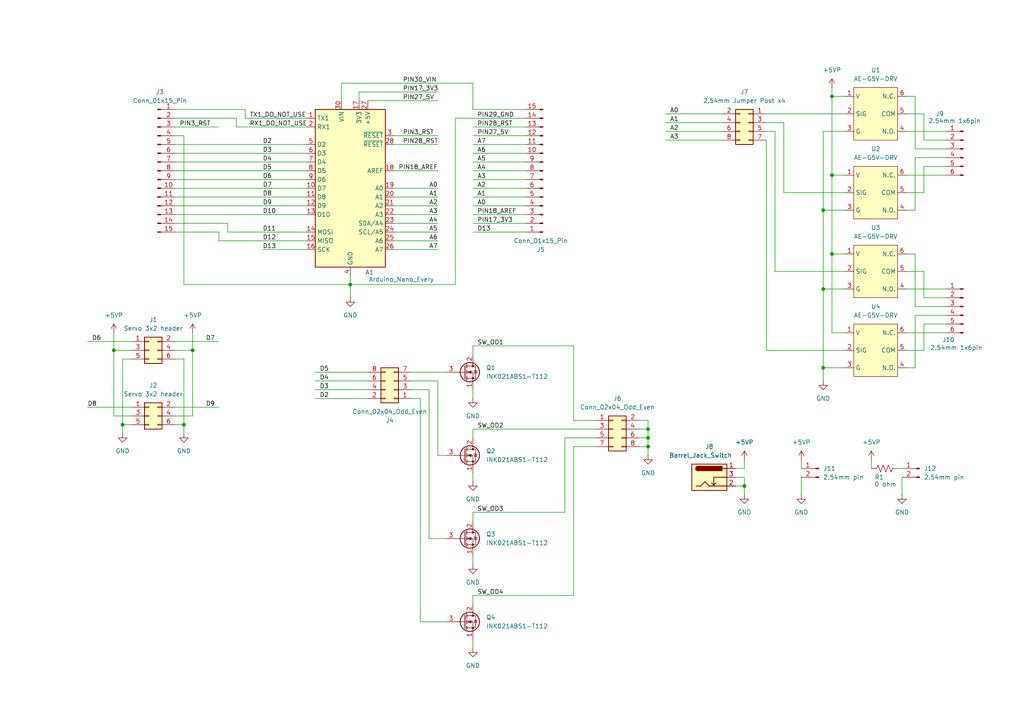
<source format=kicad_sch>
(kicad_sch
	(version 20231120)
	(generator "eeschema")
	(generator_version "8.0")
	(uuid "d2d052fa-5e4d-4127-abab-68938a906dd2")
	(paper "A4")
	(lib_symbols
		(symbol "01_Local_Sym:AE-G5V-DRV"
			(exclude_from_sim no)
			(in_bom yes)
			(on_board yes)
			(property "Reference" "U"
				(at -5.334 -8.89 0)
				(effects
					(font
						(size 1.27 1.27)
					)
				)
			)
			(property "Value" "AE-G5V-DRV"
				(at 0.508 -11.176 0)
				(effects
					(font
						(size 1.27 1.27)
					)
				)
			)
			(property "Footprint" ""
				(at 0 0 0)
				(effects
					(font
						(size 1.27 1.27)
					)
					(hide yes)
				)
			)
			(property "Datasheet" ""
				(at 0 0 0)
				(effects
					(font
						(size 1.27 1.27)
					)
					(hide yes)
				)
			)
			(property "Description" ""
				(at 0 0 0)
				(effects
					(font
						(size 1.27 1.27)
					)
					(hide yes)
				)
			)
			(symbol "AE-G5V-DRV_0_1"
				(rectangle
					(start -6.35 7.62)
					(end 6.35 -7.62)
					(stroke
						(width 0)
						(type default)
					)
					(fill
						(type background)
					)
				)
			)
			(symbol "AE-G5V-DRV_1_1"
				(pin power_in line
					(at -8.89 5.08 0)
					(length 2.54)
					(name "V"
						(effects
							(font
								(size 1.27 1.27)
							)
						)
					)
					(number "1"
						(effects
							(font
								(size 1.27 1.27)
							)
						)
					)
				)
				(pin input line
					(at -8.89 0 0)
					(length 2.54)
					(name "SIG"
						(effects
							(font
								(size 1.27 1.27)
							)
						)
					)
					(number "2"
						(effects
							(font
								(size 1.27 1.27)
							)
						)
					)
				)
				(pin power_in line
					(at -8.89 -5.08 0)
					(length 2.54)
					(name "G"
						(effects
							(font
								(size 1.27 1.27)
							)
						)
					)
					(number "3"
						(effects
							(font
								(size 1.27 1.27)
							)
						)
					)
				)
				(pin bidirectional line
					(at 8.89 -5.08 180)
					(length 2.54)
					(name "N.O."
						(effects
							(font
								(size 1.27 1.27)
							)
						)
					)
					(number "4"
						(effects
							(font
								(size 1.27 1.27)
							)
						)
					)
				)
				(pin bidirectional line
					(at 8.89 0 180)
					(length 2.54)
					(name "COM"
						(effects
							(font
								(size 1.27 1.27)
							)
						)
					)
					(number "5"
						(effects
							(font
								(size 1.27 1.27)
							)
						)
					)
				)
				(pin bidirectional line
					(at 8.89 5.08 180)
					(length 2.54)
					(name "N.C."
						(effects
							(font
								(size 1.27 1.27)
							)
						)
					)
					(number "6"
						(effects
							(font
								(size 1.27 1.27)
							)
						)
					)
				)
			)
		)
		(symbol "01_Local_Sym:Barrel_Jack_Switch"
			(pin_names hide)
			(exclude_from_sim no)
			(in_bom yes)
			(on_board yes)
			(property "Reference" "J"
				(at 0 5.334 0)
				(effects
					(font
						(size 1.27 1.27)
					)
				)
			)
			(property "Value" "Barrel_Jack_Switch"
				(at 0 -5.08 0)
				(effects
					(font
						(size 1.27 1.27)
					)
				)
			)
			(property "Footprint" ""
				(at 1.27 -1.016 0)
				(effects
					(font
						(size 1.27 1.27)
					)
					(hide yes)
				)
			)
			(property "Datasheet" "~"
				(at 1.27 -1.016 0)
				(effects
					(font
						(size 1.27 1.27)
					)
					(hide yes)
				)
			)
			(property "Description" "DC Barrel Jack with an internal switch"
				(at 0 0 0)
				(effects
					(font
						(size 1.27 1.27)
					)
					(hide yes)
				)
			)
			(property "ki_keywords" "DC power barrel jack connector"
				(at 0 0 0)
				(effects
					(font
						(size 1.27 1.27)
					)
					(hide yes)
				)
			)
			(property "ki_fp_filters" "BarrelJack*"
				(at 0 0 0)
				(effects
					(font
						(size 1.27 1.27)
					)
					(hide yes)
				)
			)
			(symbol "Barrel_Jack_Switch_0_1"
				(rectangle
					(start -5.08 3.81)
					(end 5.08 -3.81)
					(stroke
						(width 0.254)
						(type default)
					)
					(fill
						(type background)
					)
				)
				(arc
					(start -3.302 3.175)
					(mid -3.9343 2.54)
					(end -3.302 1.905)
					(stroke
						(width 0.254)
						(type default)
					)
					(fill
						(type none)
					)
				)
				(arc
					(start -3.302 3.175)
					(mid -3.9343 2.54)
					(end -3.302 1.905)
					(stroke
						(width 0.254)
						(type default)
					)
					(fill
						(type outline)
					)
				)
				(polyline
					(pts
						(xy 1.27 -2.286) (xy 1.905 -1.651)
					)
					(stroke
						(width 0.254)
						(type default)
					)
					(fill
						(type none)
					)
				)
				(polyline
					(pts
						(xy 5.08 2.54) (xy 3.81 2.54)
					)
					(stroke
						(width 0.254)
						(type default)
					)
					(fill
						(type none)
					)
				)
				(polyline
					(pts
						(xy 5.08 0) (xy 1.27 0) (xy 1.27 -2.286) (xy 0.635 -1.651)
					)
					(stroke
						(width 0.254)
						(type default)
					)
					(fill
						(type none)
					)
				)
				(polyline
					(pts
						(xy -3.81 -2.54) (xy -2.54 -2.54) (xy -1.27 -1.27) (xy 0 -2.54) (xy 2.54 -2.54) (xy 5.08 -2.54)
					)
					(stroke
						(width 0.254)
						(type default)
					)
					(fill
						(type none)
					)
				)
				(rectangle
					(start 3.683 3.175)
					(end -3.302 1.905)
					(stroke
						(width 0.254)
						(type default)
					)
					(fill
						(type outline)
					)
				)
			)
			(symbol "Barrel_Jack_Switch_1_1"
				(pin passive line
					(at 7.62 2.54 180)
					(length 2.54)
					(name "~"
						(effects
							(font
								(size 1.27 1.27)
							)
						)
					)
					(number "1"
						(effects
							(font
								(size 1.27 1.27)
							)
						)
					)
				)
				(pin passive line
					(at 7.62 -2.54 180)
					(length 2.54)
					(name "~"
						(effects
							(font
								(size 1.27 1.27)
							)
						)
					)
					(number "2"
						(effects
							(font
								(size 1.27 1.27)
							)
						)
					)
				)
				(pin passive line
					(at 7.62 0 180)
					(length 2.54)
					(name "~"
						(effects
							(font
								(size 1.27 1.27)
							)
						)
					)
					(number "3"
						(effects
							(font
								(size 1.27 1.27)
							)
						)
					)
				)
			)
		)
		(symbol "01_Local_Sym:Conn_01x02_Pin"
			(pin_names
				(offset 1.016) hide)
			(exclude_from_sim no)
			(in_bom yes)
			(on_board yes)
			(property "Reference" "J"
				(at 0 2.54 0)
				(effects
					(font
						(size 1.27 1.27)
					)
				)
			)
			(property "Value" "Conn_01x02_Pin"
				(at 0 -5.08 0)
				(effects
					(font
						(size 1.27 1.27)
					)
				)
			)
			(property "Footprint" ""
				(at 0 0 0)
				(effects
					(font
						(size 1.27 1.27)
					)
					(hide yes)
				)
			)
			(property "Datasheet" "~"
				(at 0 0 0)
				(effects
					(font
						(size 1.27 1.27)
					)
					(hide yes)
				)
			)
			(property "Description" "Generic connector, single row, 01x02, script generated"
				(at 0 0 0)
				(effects
					(font
						(size 1.27 1.27)
					)
					(hide yes)
				)
			)
			(property "ki_locked" ""
				(at 0 0 0)
				(effects
					(font
						(size 1.27 1.27)
					)
				)
			)
			(property "ki_keywords" "connector"
				(at 0 0 0)
				(effects
					(font
						(size 1.27 1.27)
					)
					(hide yes)
				)
			)
			(property "ki_fp_filters" "Connector*:*_1x??_*"
				(at 0 0 0)
				(effects
					(font
						(size 1.27 1.27)
					)
					(hide yes)
				)
			)
			(symbol "Conn_01x02_Pin_1_1"
				(polyline
					(pts
						(xy 1.27 -2.54) (xy 0.8636 -2.54)
					)
					(stroke
						(width 0.1524)
						(type default)
					)
					(fill
						(type none)
					)
				)
				(polyline
					(pts
						(xy 1.27 0) (xy 0.8636 0)
					)
					(stroke
						(width 0.1524)
						(type default)
					)
					(fill
						(type none)
					)
				)
				(rectangle
					(start 0.8636 -2.413)
					(end 0 -2.667)
					(stroke
						(width 0.1524)
						(type default)
					)
					(fill
						(type outline)
					)
				)
				(rectangle
					(start 0.8636 0.127)
					(end 0 -0.127)
					(stroke
						(width 0.1524)
						(type default)
					)
					(fill
						(type outline)
					)
				)
				(pin passive line
					(at 5.08 0 180)
					(length 3.81)
					(name "Pin_1"
						(effects
							(font
								(size 1.27 1.27)
							)
						)
					)
					(number "1"
						(effects
							(font
								(size 1.27 1.27)
							)
						)
					)
				)
				(pin passive line
					(at 5.08 -2.54 180)
					(length 3.81)
					(name "Pin_2"
						(effects
							(font
								(size 1.27 1.27)
							)
						)
					)
					(number "2"
						(effects
							(font
								(size 1.27 1.27)
							)
						)
					)
				)
			)
		)
		(symbol "01_Local_Sym:Conn_01x06_Pin"
			(pin_names
				(offset 1.016) hide)
			(exclude_from_sim no)
			(in_bom yes)
			(on_board yes)
			(property "Reference" "J"
				(at 0 7.62 0)
				(effects
					(font
						(size 1.27 1.27)
					)
				)
			)
			(property "Value" "Conn_01x06_Pin"
				(at 0 -10.16 0)
				(effects
					(font
						(size 1.27 1.27)
					)
				)
			)
			(property "Footprint" ""
				(at 0 0 0)
				(effects
					(font
						(size 1.27 1.27)
					)
					(hide yes)
				)
			)
			(property "Datasheet" "~"
				(at 0 0 0)
				(effects
					(font
						(size 1.27 1.27)
					)
					(hide yes)
				)
			)
			(property "Description" "Generic connector, single row, 01x06, script generated"
				(at 0 0 0)
				(effects
					(font
						(size 1.27 1.27)
					)
					(hide yes)
				)
			)
			(property "ki_locked" ""
				(at 0 0 0)
				(effects
					(font
						(size 1.27 1.27)
					)
				)
			)
			(property "ki_keywords" "connector"
				(at 0 0 0)
				(effects
					(font
						(size 1.27 1.27)
					)
					(hide yes)
				)
			)
			(property "ki_fp_filters" "Connector*:*_1x??_*"
				(at 0 0 0)
				(effects
					(font
						(size 1.27 1.27)
					)
					(hide yes)
				)
			)
			(symbol "Conn_01x06_Pin_1_1"
				(polyline
					(pts
						(xy 1.27 -7.62) (xy 0.8636 -7.62)
					)
					(stroke
						(width 0.1524)
						(type default)
					)
					(fill
						(type none)
					)
				)
				(polyline
					(pts
						(xy 1.27 -5.08) (xy 0.8636 -5.08)
					)
					(stroke
						(width 0.1524)
						(type default)
					)
					(fill
						(type none)
					)
				)
				(polyline
					(pts
						(xy 1.27 -2.54) (xy 0.8636 -2.54)
					)
					(stroke
						(width 0.1524)
						(type default)
					)
					(fill
						(type none)
					)
				)
				(polyline
					(pts
						(xy 1.27 0) (xy 0.8636 0)
					)
					(stroke
						(width 0.1524)
						(type default)
					)
					(fill
						(type none)
					)
				)
				(polyline
					(pts
						(xy 1.27 2.54) (xy 0.8636 2.54)
					)
					(stroke
						(width 0.1524)
						(type default)
					)
					(fill
						(type none)
					)
				)
				(polyline
					(pts
						(xy 1.27 5.08) (xy 0.8636 5.08)
					)
					(stroke
						(width 0.1524)
						(type default)
					)
					(fill
						(type none)
					)
				)
				(rectangle
					(start 0.8636 -7.493)
					(end 0 -7.747)
					(stroke
						(width 0.1524)
						(type default)
					)
					(fill
						(type outline)
					)
				)
				(rectangle
					(start 0.8636 -4.953)
					(end 0 -5.207)
					(stroke
						(width 0.1524)
						(type default)
					)
					(fill
						(type outline)
					)
				)
				(rectangle
					(start 0.8636 -2.413)
					(end 0 -2.667)
					(stroke
						(width 0.1524)
						(type default)
					)
					(fill
						(type outline)
					)
				)
				(rectangle
					(start 0.8636 0.127)
					(end 0 -0.127)
					(stroke
						(width 0.1524)
						(type default)
					)
					(fill
						(type outline)
					)
				)
				(rectangle
					(start 0.8636 2.667)
					(end 0 2.413)
					(stroke
						(width 0.1524)
						(type default)
					)
					(fill
						(type outline)
					)
				)
				(rectangle
					(start 0.8636 5.207)
					(end 0 4.953)
					(stroke
						(width 0.1524)
						(type default)
					)
					(fill
						(type outline)
					)
				)
				(pin passive line
					(at 5.08 5.08 180)
					(length 3.81)
					(name "Pin_1"
						(effects
							(font
								(size 1.27 1.27)
							)
						)
					)
					(number "1"
						(effects
							(font
								(size 1.27 1.27)
							)
						)
					)
				)
				(pin passive line
					(at 5.08 2.54 180)
					(length 3.81)
					(name "Pin_2"
						(effects
							(font
								(size 1.27 1.27)
							)
						)
					)
					(number "2"
						(effects
							(font
								(size 1.27 1.27)
							)
						)
					)
				)
				(pin passive line
					(at 5.08 0 180)
					(length 3.81)
					(name "Pin_3"
						(effects
							(font
								(size 1.27 1.27)
							)
						)
					)
					(number "3"
						(effects
							(font
								(size 1.27 1.27)
							)
						)
					)
				)
				(pin passive line
					(at 5.08 -2.54 180)
					(length 3.81)
					(name "Pin_4"
						(effects
							(font
								(size 1.27 1.27)
							)
						)
					)
					(number "4"
						(effects
							(font
								(size 1.27 1.27)
							)
						)
					)
				)
				(pin passive line
					(at 5.08 -5.08 180)
					(length 3.81)
					(name "Pin_5"
						(effects
							(font
								(size 1.27 1.27)
							)
						)
					)
					(number "5"
						(effects
							(font
								(size 1.27 1.27)
							)
						)
					)
				)
				(pin passive line
					(at 5.08 -7.62 180)
					(length 3.81)
					(name "Pin_6"
						(effects
							(font
								(size 1.27 1.27)
							)
						)
					)
					(number "6"
						(effects
							(font
								(size 1.27 1.27)
							)
						)
					)
				)
			)
		)
		(symbol "01_Local_Sym:Conn_01x15_Pin"
			(pin_names
				(offset 1.016) hide)
			(exclude_from_sim no)
			(in_bom yes)
			(on_board yes)
			(property "Reference" "J"
				(at 0 20.32 0)
				(effects
					(font
						(size 1.27 1.27)
					)
				)
			)
			(property "Value" "Conn_01x15_Pin"
				(at 0 -20.32 0)
				(effects
					(font
						(size 1.27 1.27)
					)
				)
			)
			(property "Footprint" ""
				(at 0 0 0)
				(effects
					(font
						(size 1.27 1.27)
					)
					(hide yes)
				)
			)
			(property "Datasheet" "~"
				(at 0 0 0)
				(effects
					(font
						(size 1.27 1.27)
					)
					(hide yes)
				)
			)
			(property "Description" "Generic connector, single row, 01x15, script generated"
				(at 0 0 0)
				(effects
					(font
						(size 1.27 1.27)
					)
					(hide yes)
				)
			)
			(property "ki_locked" ""
				(at 0 0 0)
				(effects
					(font
						(size 1.27 1.27)
					)
				)
			)
			(property "ki_keywords" "connector"
				(at 0 0 0)
				(effects
					(font
						(size 1.27 1.27)
					)
					(hide yes)
				)
			)
			(property "ki_fp_filters" "Connector*:*_1x??_*"
				(at 0 0 0)
				(effects
					(font
						(size 1.27 1.27)
					)
					(hide yes)
				)
			)
			(symbol "Conn_01x15_Pin_1_1"
				(polyline
					(pts
						(xy 1.27 -17.78) (xy 0.8636 -17.78)
					)
					(stroke
						(width 0.1524)
						(type default)
					)
					(fill
						(type none)
					)
				)
				(polyline
					(pts
						(xy 1.27 -15.24) (xy 0.8636 -15.24)
					)
					(stroke
						(width 0.1524)
						(type default)
					)
					(fill
						(type none)
					)
				)
				(polyline
					(pts
						(xy 1.27 -12.7) (xy 0.8636 -12.7)
					)
					(stroke
						(width 0.1524)
						(type default)
					)
					(fill
						(type none)
					)
				)
				(polyline
					(pts
						(xy 1.27 -10.16) (xy 0.8636 -10.16)
					)
					(stroke
						(width 0.1524)
						(type default)
					)
					(fill
						(type none)
					)
				)
				(polyline
					(pts
						(xy 1.27 -7.62) (xy 0.8636 -7.62)
					)
					(stroke
						(width 0.1524)
						(type default)
					)
					(fill
						(type none)
					)
				)
				(polyline
					(pts
						(xy 1.27 -5.08) (xy 0.8636 -5.08)
					)
					(stroke
						(width 0.1524)
						(type default)
					)
					(fill
						(type none)
					)
				)
				(polyline
					(pts
						(xy 1.27 -2.54) (xy 0.8636 -2.54)
					)
					(stroke
						(width 0.1524)
						(type default)
					)
					(fill
						(type none)
					)
				)
				(polyline
					(pts
						(xy 1.27 0) (xy 0.8636 0)
					)
					(stroke
						(width 0.1524)
						(type default)
					)
					(fill
						(type none)
					)
				)
				(polyline
					(pts
						(xy 1.27 2.54) (xy 0.8636 2.54)
					)
					(stroke
						(width 0.1524)
						(type default)
					)
					(fill
						(type none)
					)
				)
				(polyline
					(pts
						(xy 1.27 5.08) (xy 0.8636 5.08)
					)
					(stroke
						(width 0.1524)
						(type default)
					)
					(fill
						(type none)
					)
				)
				(polyline
					(pts
						(xy 1.27 7.62) (xy 0.8636 7.62)
					)
					(stroke
						(width 0.1524)
						(type default)
					)
					(fill
						(type none)
					)
				)
				(polyline
					(pts
						(xy 1.27 10.16) (xy 0.8636 10.16)
					)
					(stroke
						(width 0.1524)
						(type default)
					)
					(fill
						(type none)
					)
				)
				(polyline
					(pts
						(xy 1.27 12.7) (xy 0.8636 12.7)
					)
					(stroke
						(width 0.1524)
						(type default)
					)
					(fill
						(type none)
					)
				)
				(polyline
					(pts
						(xy 1.27 15.24) (xy 0.8636 15.24)
					)
					(stroke
						(width 0.1524)
						(type default)
					)
					(fill
						(type none)
					)
				)
				(polyline
					(pts
						(xy 1.27 17.78) (xy 0.8636 17.78)
					)
					(stroke
						(width 0.1524)
						(type default)
					)
					(fill
						(type none)
					)
				)
				(rectangle
					(start 0.8636 -17.653)
					(end 0 -17.907)
					(stroke
						(width 0.1524)
						(type default)
					)
					(fill
						(type outline)
					)
				)
				(rectangle
					(start 0.8636 -15.113)
					(end 0 -15.367)
					(stroke
						(width 0.1524)
						(type default)
					)
					(fill
						(type outline)
					)
				)
				(rectangle
					(start 0.8636 -12.573)
					(end 0 -12.827)
					(stroke
						(width 0.1524)
						(type default)
					)
					(fill
						(type outline)
					)
				)
				(rectangle
					(start 0.8636 -10.033)
					(end 0 -10.287)
					(stroke
						(width 0.1524)
						(type default)
					)
					(fill
						(type outline)
					)
				)
				(rectangle
					(start 0.8636 -7.493)
					(end 0 -7.747)
					(stroke
						(width 0.1524)
						(type default)
					)
					(fill
						(type outline)
					)
				)
				(rectangle
					(start 0.8636 -4.953)
					(end 0 -5.207)
					(stroke
						(width 0.1524)
						(type default)
					)
					(fill
						(type outline)
					)
				)
				(rectangle
					(start 0.8636 -2.413)
					(end 0 -2.667)
					(stroke
						(width 0.1524)
						(type default)
					)
					(fill
						(type outline)
					)
				)
				(rectangle
					(start 0.8636 0.127)
					(end 0 -0.127)
					(stroke
						(width 0.1524)
						(type default)
					)
					(fill
						(type outline)
					)
				)
				(rectangle
					(start 0.8636 2.667)
					(end 0 2.413)
					(stroke
						(width 0.1524)
						(type default)
					)
					(fill
						(type outline)
					)
				)
				(rectangle
					(start 0.8636 5.207)
					(end 0 4.953)
					(stroke
						(width 0.1524)
						(type default)
					)
					(fill
						(type outline)
					)
				)
				(rectangle
					(start 0.8636 7.747)
					(end 0 7.493)
					(stroke
						(width 0.1524)
						(type default)
					)
					(fill
						(type outline)
					)
				)
				(rectangle
					(start 0.8636 10.287)
					(end 0 10.033)
					(stroke
						(width 0.1524)
						(type default)
					)
					(fill
						(type outline)
					)
				)
				(rectangle
					(start 0.8636 12.827)
					(end 0 12.573)
					(stroke
						(width 0.1524)
						(type default)
					)
					(fill
						(type outline)
					)
				)
				(rectangle
					(start 0.8636 15.367)
					(end 0 15.113)
					(stroke
						(width 0.1524)
						(type default)
					)
					(fill
						(type outline)
					)
				)
				(rectangle
					(start 0.8636 17.907)
					(end 0 17.653)
					(stroke
						(width 0.1524)
						(type default)
					)
					(fill
						(type outline)
					)
				)
				(pin passive line
					(at 5.08 17.78 180)
					(length 3.81)
					(name "Pin_1"
						(effects
							(font
								(size 1.27 1.27)
							)
						)
					)
					(number "1"
						(effects
							(font
								(size 1.27 1.27)
							)
						)
					)
				)
				(pin passive line
					(at 5.08 -5.08 180)
					(length 3.81)
					(name "Pin_10"
						(effects
							(font
								(size 1.27 1.27)
							)
						)
					)
					(number "10"
						(effects
							(font
								(size 1.27 1.27)
							)
						)
					)
				)
				(pin passive line
					(at 5.08 -7.62 180)
					(length 3.81)
					(name "Pin_11"
						(effects
							(font
								(size 1.27 1.27)
							)
						)
					)
					(number "11"
						(effects
							(font
								(size 1.27 1.27)
							)
						)
					)
				)
				(pin passive line
					(at 5.08 -10.16 180)
					(length 3.81)
					(name "Pin_12"
						(effects
							(font
								(size 1.27 1.27)
							)
						)
					)
					(number "12"
						(effects
							(font
								(size 1.27 1.27)
							)
						)
					)
				)
				(pin passive line
					(at 5.08 -12.7 180)
					(length 3.81)
					(name "Pin_13"
						(effects
							(font
								(size 1.27 1.27)
							)
						)
					)
					(number "13"
						(effects
							(font
								(size 1.27 1.27)
							)
						)
					)
				)
				(pin passive line
					(at 5.08 -15.24 180)
					(length 3.81)
					(name "Pin_14"
						(effects
							(font
								(size 1.27 1.27)
							)
						)
					)
					(number "14"
						(effects
							(font
								(size 1.27 1.27)
							)
						)
					)
				)
				(pin passive line
					(at 5.08 -17.78 180)
					(length 3.81)
					(name "Pin_15"
						(effects
							(font
								(size 1.27 1.27)
							)
						)
					)
					(number "15"
						(effects
							(font
								(size 1.27 1.27)
							)
						)
					)
				)
				(pin passive line
					(at 5.08 15.24 180)
					(length 3.81)
					(name "Pin_2"
						(effects
							(font
								(size 1.27 1.27)
							)
						)
					)
					(number "2"
						(effects
							(font
								(size 1.27 1.27)
							)
						)
					)
				)
				(pin passive line
					(at 5.08 12.7 180)
					(length 3.81)
					(name "Pin_3"
						(effects
							(font
								(size 1.27 1.27)
							)
						)
					)
					(number "3"
						(effects
							(font
								(size 1.27 1.27)
							)
						)
					)
				)
				(pin passive line
					(at 5.08 10.16 180)
					(length 3.81)
					(name "Pin_4"
						(effects
							(font
								(size 1.27 1.27)
							)
						)
					)
					(number "4"
						(effects
							(font
								(size 1.27 1.27)
							)
						)
					)
				)
				(pin passive line
					(at 5.08 7.62 180)
					(length 3.81)
					(name "Pin_5"
						(effects
							(font
								(size 1.27 1.27)
							)
						)
					)
					(number "5"
						(effects
							(font
								(size 1.27 1.27)
							)
						)
					)
				)
				(pin passive line
					(at 5.08 5.08 180)
					(length 3.81)
					(name "Pin_6"
						(effects
							(font
								(size 1.27 1.27)
							)
						)
					)
					(number "6"
						(effects
							(font
								(size 1.27 1.27)
							)
						)
					)
				)
				(pin passive line
					(at 5.08 2.54 180)
					(length 3.81)
					(name "Pin_7"
						(effects
							(font
								(size 1.27 1.27)
							)
						)
					)
					(number "7"
						(effects
							(font
								(size 1.27 1.27)
							)
						)
					)
				)
				(pin passive line
					(at 5.08 0 180)
					(length 3.81)
					(name "Pin_8"
						(effects
							(font
								(size 1.27 1.27)
							)
						)
					)
					(number "8"
						(effects
							(font
								(size 1.27 1.27)
							)
						)
					)
				)
				(pin passive line
					(at 5.08 -2.54 180)
					(length 3.81)
					(name "Pin_9"
						(effects
							(font
								(size 1.27 1.27)
							)
						)
					)
					(number "9"
						(effects
							(font
								(size 1.27 1.27)
							)
						)
					)
				)
			)
		)
		(symbol "01_Local_Sym:Conn_02x04_Odd_Even"
			(pin_names
				(offset 1.016) hide)
			(exclude_from_sim no)
			(in_bom yes)
			(on_board yes)
			(property "Reference" "J"
				(at 1.27 5.08 0)
				(effects
					(font
						(size 1.27 1.27)
					)
				)
			)
			(property "Value" "Conn_02x04_Odd_Even"
				(at 1.27 -7.62 0)
				(effects
					(font
						(size 1.27 1.27)
					)
				)
			)
			(property "Footprint" ""
				(at 0 0 0)
				(effects
					(font
						(size 1.27 1.27)
					)
					(hide yes)
				)
			)
			(property "Datasheet" "~"
				(at 0 0 0)
				(effects
					(font
						(size 1.27 1.27)
					)
					(hide yes)
				)
			)
			(property "Description" "Generic connector, double row, 02x04, odd/even pin numbering scheme (row 1 odd numbers, row 2 even numbers), script generated (kicad-library-utils/schlib/autogen/connector/)"
				(at 0 0 0)
				(effects
					(font
						(size 1.27 1.27)
					)
					(hide yes)
				)
			)
			(property "ki_keywords" "connector"
				(at 0 0 0)
				(effects
					(font
						(size 1.27 1.27)
					)
					(hide yes)
				)
			)
			(property "ki_fp_filters" "Connector*:*_2x??_*"
				(at 0 0 0)
				(effects
					(font
						(size 1.27 1.27)
					)
					(hide yes)
				)
			)
			(symbol "Conn_02x04_Odd_Even_1_1"
				(rectangle
					(start -1.27 -4.953)
					(end 0 -5.207)
					(stroke
						(width 0.1524)
						(type default)
					)
					(fill
						(type none)
					)
				)
				(rectangle
					(start -1.27 -2.413)
					(end 0 -2.667)
					(stroke
						(width 0.1524)
						(type default)
					)
					(fill
						(type none)
					)
				)
				(rectangle
					(start -1.27 0.127)
					(end 0 -0.127)
					(stroke
						(width 0.1524)
						(type default)
					)
					(fill
						(type none)
					)
				)
				(rectangle
					(start -1.27 2.667)
					(end 0 2.413)
					(stroke
						(width 0.1524)
						(type default)
					)
					(fill
						(type none)
					)
				)
				(rectangle
					(start -1.27 3.81)
					(end 3.81 -6.35)
					(stroke
						(width 0.254)
						(type default)
					)
					(fill
						(type background)
					)
				)
				(rectangle
					(start 3.81 -4.953)
					(end 2.54 -5.207)
					(stroke
						(width 0.1524)
						(type default)
					)
					(fill
						(type none)
					)
				)
				(rectangle
					(start 3.81 -2.413)
					(end 2.54 -2.667)
					(stroke
						(width 0.1524)
						(type default)
					)
					(fill
						(type none)
					)
				)
				(rectangle
					(start 3.81 0.127)
					(end 2.54 -0.127)
					(stroke
						(width 0.1524)
						(type default)
					)
					(fill
						(type none)
					)
				)
				(rectangle
					(start 3.81 2.667)
					(end 2.54 2.413)
					(stroke
						(width 0.1524)
						(type default)
					)
					(fill
						(type none)
					)
				)
				(pin passive line
					(at -5.08 2.54 0)
					(length 3.81)
					(name "Pin_1"
						(effects
							(font
								(size 1.27 1.27)
							)
						)
					)
					(number "1"
						(effects
							(font
								(size 1.27 1.27)
							)
						)
					)
				)
				(pin passive line
					(at 7.62 2.54 180)
					(length 3.81)
					(name "Pin_2"
						(effects
							(font
								(size 1.27 1.27)
							)
						)
					)
					(number "2"
						(effects
							(font
								(size 1.27 1.27)
							)
						)
					)
				)
				(pin passive line
					(at -5.08 0 0)
					(length 3.81)
					(name "Pin_3"
						(effects
							(font
								(size 1.27 1.27)
							)
						)
					)
					(number "3"
						(effects
							(font
								(size 1.27 1.27)
							)
						)
					)
				)
				(pin passive line
					(at 7.62 0 180)
					(length 3.81)
					(name "Pin_4"
						(effects
							(font
								(size 1.27 1.27)
							)
						)
					)
					(number "4"
						(effects
							(font
								(size 1.27 1.27)
							)
						)
					)
				)
				(pin passive line
					(at -5.08 -2.54 0)
					(length 3.81)
					(name "Pin_5"
						(effects
							(font
								(size 1.27 1.27)
							)
						)
					)
					(number "5"
						(effects
							(font
								(size 1.27 1.27)
							)
						)
					)
				)
				(pin passive line
					(at 7.62 -2.54 180)
					(length 3.81)
					(name "Pin_6"
						(effects
							(font
								(size 1.27 1.27)
							)
						)
					)
					(number "6"
						(effects
							(font
								(size 1.27 1.27)
							)
						)
					)
				)
				(pin passive line
					(at -5.08 -5.08 0)
					(length 3.81)
					(name "Pin_7"
						(effects
							(font
								(size 1.27 1.27)
							)
						)
					)
					(number "7"
						(effects
							(font
								(size 1.27 1.27)
							)
						)
					)
				)
				(pin passive line
					(at 7.62 -5.08 180)
					(length 3.81)
					(name "Pin_8"
						(effects
							(font
								(size 1.27 1.27)
							)
						)
					)
					(number "8"
						(effects
							(font
								(size 1.27 1.27)
							)
						)
					)
				)
			)
		)
		(symbol "Connector_Generic:Conn_02x03_Odd_Even"
			(pin_names
				(offset 1.016) hide)
			(exclude_from_sim no)
			(in_bom yes)
			(on_board yes)
			(property "Reference" "J"
				(at 1.27 5.08 0)
				(effects
					(font
						(size 1.27 1.27)
					)
				)
			)
			(property "Value" "Conn_02x03_Odd_Even"
				(at 1.27 -5.08 0)
				(effects
					(font
						(size 1.27 1.27)
					)
				)
			)
			(property "Footprint" ""
				(at 0 0 0)
				(effects
					(font
						(size 1.27 1.27)
					)
					(hide yes)
				)
			)
			(property "Datasheet" "~"
				(at 0 0 0)
				(effects
					(font
						(size 1.27 1.27)
					)
					(hide yes)
				)
			)
			(property "Description" "Generic connector, double row, 02x03, odd/even pin numbering scheme (row 1 odd numbers, row 2 even numbers), script generated (kicad-library-utils/schlib/autogen/connector/)"
				(at 0 0 0)
				(effects
					(font
						(size 1.27 1.27)
					)
					(hide yes)
				)
			)
			(property "ki_keywords" "connector"
				(at 0 0 0)
				(effects
					(font
						(size 1.27 1.27)
					)
					(hide yes)
				)
			)
			(property "ki_fp_filters" "Connector*:*_2x??_*"
				(at 0 0 0)
				(effects
					(font
						(size 1.27 1.27)
					)
					(hide yes)
				)
			)
			(symbol "Conn_02x03_Odd_Even_1_1"
				(rectangle
					(start -1.27 -2.413)
					(end 0 -2.667)
					(stroke
						(width 0.1524)
						(type default)
					)
					(fill
						(type none)
					)
				)
				(rectangle
					(start -1.27 0.127)
					(end 0 -0.127)
					(stroke
						(width 0.1524)
						(type default)
					)
					(fill
						(type none)
					)
				)
				(rectangle
					(start -1.27 2.667)
					(end 0 2.413)
					(stroke
						(width 0.1524)
						(type default)
					)
					(fill
						(type none)
					)
				)
				(rectangle
					(start -1.27 3.81)
					(end 3.81 -3.81)
					(stroke
						(width 0.254)
						(type default)
					)
					(fill
						(type background)
					)
				)
				(rectangle
					(start 3.81 -2.413)
					(end 2.54 -2.667)
					(stroke
						(width 0.1524)
						(type default)
					)
					(fill
						(type none)
					)
				)
				(rectangle
					(start 3.81 0.127)
					(end 2.54 -0.127)
					(stroke
						(width 0.1524)
						(type default)
					)
					(fill
						(type none)
					)
				)
				(rectangle
					(start 3.81 2.667)
					(end 2.54 2.413)
					(stroke
						(width 0.1524)
						(type default)
					)
					(fill
						(type none)
					)
				)
				(pin passive line
					(at -5.08 2.54 0)
					(length 3.81)
					(name "Pin_1"
						(effects
							(font
								(size 1.27 1.27)
							)
						)
					)
					(number "1"
						(effects
							(font
								(size 1.27 1.27)
							)
						)
					)
				)
				(pin passive line
					(at 7.62 2.54 180)
					(length 3.81)
					(name "Pin_2"
						(effects
							(font
								(size 1.27 1.27)
							)
						)
					)
					(number "2"
						(effects
							(font
								(size 1.27 1.27)
							)
						)
					)
				)
				(pin passive line
					(at -5.08 0 0)
					(length 3.81)
					(name "Pin_3"
						(effects
							(font
								(size 1.27 1.27)
							)
						)
					)
					(number "3"
						(effects
							(font
								(size 1.27 1.27)
							)
						)
					)
				)
				(pin passive line
					(at 7.62 0 180)
					(length 3.81)
					(name "Pin_4"
						(effects
							(font
								(size 1.27 1.27)
							)
						)
					)
					(number "4"
						(effects
							(font
								(size 1.27 1.27)
							)
						)
					)
				)
				(pin passive line
					(at -5.08 -2.54 0)
					(length 3.81)
					(name "Pin_5"
						(effects
							(font
								(size 1.27 1.27)
							)
						)
					)
					(number "5"
						(effects
							(font
								(size 1.27 1.27)
							)
						)
					)
				)
				(pin passive line
					(at 7.62 -2.54 180)
					(length 3.81)
					(name "Pin_6"
						(effects
							(font
								(size 1.27 1.27)
							)
						)
					)
					(number "6"
						(effects
							(font
								(size 1.27 1.27)
							)
						)
					)
				)
			)
		)
		(symbol "Device:Q_NMOS_SDG"
			(pin_names
				(offset 0) hide)
			(exclude_from_sim no)
			(in_bom yes)
			(on_board yes)
			(property "Reference" "Q"
				(at 5.08 1.27 0)
				(effects
					(font
						(size 1.27 1.27)
					)
					(justify left)
				)
			)
			(property "Value" "Q_NMOS_SDG"
				(at 5.08 -1.27 0)
				(effects
					(font
						(size 1.27 1.27)
					)
					(justify left)
				)
			)
			(property "Footprint" ""
				(at 5.08 2.54 0)
				(effects
					(font
						(size 1.27 1.27)
					)
					(hide yes)
				)
			)
			(property "Datasheet" "~"
				(at 0 0 0)
				(effects
					(font
						(size 1.27 1.27)
					)
					(hide yes)
				)
			)
			(property "Description" "N-MOSFET transistor, source/drain/gate"
				(at 0 0 0)
				(effects
					(font
						(size 1.27 1.27)
					)
					(hide yes)
				)
			)
			(property "ki_keywords" "transistor NMOS N-MOS N-MOSFET"
				(at 0 0 0)
				(effects
					(font
						(size 1.27 1.27)
					)
					(hide yes)
				)
			)
			(symbol "Q_NMOS_SDG_0_1"
				(polyline
					(pts
						(xy 0.254 0) (xy -2.54 0)
					)
					(stroke
						(width 0)
						(type default)
					)
					(fill
						(type none)
					)
				)
				(polyline
					(pts
						(xy 0.254 1.905) (xy 0.254 -1.905)
					)
					(stroke
						(width 0.254)
						(type default)
					)
					(fill
						(type none)
					)
				)
				(polyline
					(pts
						(xy 0.762 -1.27) (xy 0.762 -2.286)
					)
					(stroke
						(width 0.254)
						(type default)
					)
					(fill
						(type none)
					)
				)
				(polyline
					(pts
						(xy 0.762 0.508) (xy 0.762 -0.508)
					)
					(stroke
						(width 0.254)
						(type default)
					)
					(fill
						(type none)
					)
				)
				(polyline
					(pts
						(xy 0.762 2.286) (xy 0.762 1.27)
					)
					(stroke
						(width 0.254)
						(type default)
					)
					(fill
						(type none)
					)
				)
				(polyline
					(pts
						(xy 2.54 2.54) (xy 2.54 1.778)
					)
					(stroke
						(width 0)
						(type default)
					)
					(fill
						(type none)
					)
				)
				(polyline
					(pts
						(xy 2.54 -2.54) (xy 2.54 0) (xy 0.762 0)
					)
					(stroke
						(width 0)
						(type default)
					)
					(fill
						(type none)
					)
				)
				(polyline
					(pts
						(xy 0.762 -1.778) (xy 3.302 -1.778) (xy 3.302 1.778) (xy 0.762 1.778)
					)
					(stroke
						(width 0)
						(type default)
					)
					(fill
						(type none)
					)
				)
				(polyline
					(pts
						(xy 1.016 0) (xy 2.032 0.381) (xy 2.032 -0.381) (xy 1.016 0)
					)
					(stroke
						(width 0)
						(type default)
					)
					(fill
						(type outline)
					)
				)
				(polyline
					(pts
						(xy 2.794 0.508) (xy 2.921 0.381) (xy 3.683 0.381) (xy 3.81 0.254)
					)
					(stroke
						(width 0)
						(type default)
					)
					(fill
						(type none)
					)
				)
				(polyline
					(pts
						(xy 3.302 0.381) (xy 2.921 -0.254) (xy 3.683 -0.254) (xy 3.302 0.381)
					)
					(stroke
						(width 0)
						(type default)
					)
					(fill
						(type none)
					)
				)
				(circle
					(center 1.651 0)
					(radius 2.794)
					(stroke
						(width 0.254)
						(type default)
					)
					(fill
						(type none)
					)
				)
				(circle
					(center 2.54 -1.778)
					(radius 0.254)
					(stroke
						(width 0)
						(type default)
					)
					(fill
						(type outline)
					)
				)
				(circle
					(center 2.54 1.778)
					(radius 0.254)
					(stroke
						(width 0)
						(type default)
					)
					(fill
						(type outline)
					)
				)
			)
			(symbol "Q_NMOS_SDG_1_1"
				(pin passive line
					(at 2.54 -5.08 90)
					(length 2.54)
					(name "S"
						(effects
							(font
								(size 1.27 1.27)
							)
						)
					)
					(number "1"
						(effects
							(font
								(size 1.27 1.27)
							)
						)
					)
				)
				(pin passive line
					(at 2.54 5.08 270)
					(length 2.54)
					(name "D"
						(effects
							(font
								(size 1.27 1.27)
							)
						)
					)
					(number "2"
						(effects
							(font
								(size 1.27 1.27)
							)
						)
					)
				)
				(pin input line
					(at -5.08 0 0)
					(length 2.54)
					(name "G"
						(effects
							(font
								(size 1.27 1.27)
							)
						)
					)
					(number "3"
						(effects
							(font
								(size 1.27 1.27)
							)
						)
					)
				)
			)
		)
		(symbol "Device:R_US"
			(pin_numbers hide)
			(pin_names
				(offset 0)
			)
			(exclude_from_sim no)
			(in_bom yes)
			(on_board yes)
			(property "Reference" "R"
				(at 2.54 0 90)
				(effects
					(font
						(size 1.27 1.27)
					)
				)
			)
			(property "Value" "R_US"
				(at -2.54 0 90)
				(effects
					(font
						(size 1.27 1.27)
					)
				)
			)
			(property "Footprint" ""
				(at 1.016 -0.254 90)
				(effects
					(font
						(size 1.27 1.27)
					)
					(hide yes)
				)
			)
			(property "Datasheet" "~"
				(at 0 0 0)
				(effects
					(font
						(size 1.27 1.27)
					)
					(hide yes)
				)
			)
			(property "Description" "Resistor, US symbol"
				(at 0 0 0)
				(effects
					(font
						(size 1.27 1.27)
					)
					(hide yes)
				)
			)
			(property "ki_keywords" "R res resistor"
				(at 0 0 0)
				(effects
					(font
						(size 1.27 1.27)
					)
					(hide yes)
				)
			)
			(property "ki_fp_filters" "R_*"
				(at 0 0 0)
				(effects
					(font
						(size 1.27 1.27)
					)
					(hide yes)
				)
			)
			(symbol "R_US_0_1"
				(polyline
					(pts
						(xy 0 -2.286) (xy 0 -2.54)
					)
					(stroke
						(width 0)
						(type default)
					)
					(fill
						(type none)
					)
				)
				(polyline
					(pts
						(xy 0 2.286) (xy 0 2.54)
					)
					(stroke
						(width 0)
						(type default)
					)
					(fill
						(type none)
					)
				)
				(polyline
					(pts
						(xy 0 -0.762) (xy 1.016 -1.143) (xy 0 -1.524) (xy -1.016 -1.905) (xy 0 -2.286)
					)
					(stroke
						(width 0)
						(type default)
					)
					(fill
						(type none)
					)
				)
				(polyline
					(pts
						(xy 0 0.762) (xy 1.016 0.381) (xy 0 0) (xy -1.016 -0.381) (xy 0 -0.762)
					)
					(stroke
						(width 0)
						(type default)
					)
					(fill
						(type none)
					)
				)
				(polyline
					(pts
						(xy 0 2.286) (xy 1.016 1.905) (xy 0 1.524) (xy -1.016 1.143) (xy 0 0.762)
					)
					(stroke
						(width 0)
						(type default)
					)
					(fill
						(type none)
					)
				)
			)
			(symbol "R_US_1_1"
				(pin passive line
					(at 0 3.81 270)
					(length 1.27)
					(name "~"
						(effects
							(font
								(size 1.27 1.27)
							)
						)
					)
					(number "1"
						(effects
							(font
								(size 1.27 1.27)
							)
						)
					)
				)
				(pin passive line
					(at 0 -3.81 90)
					(length 1.27)
					(name "~"
						(effects
							(font
								(size 1.27 1.27)
							)
						)
					)
					(number "2"
						(effects
							(font
								(size 1.27 1.27)
							)
						)
					)
				)
			)
		)
		(symbol "MCU_Module:Arduino_Nano_Every"
			(exclude_from_sim no)
			(in_bom yes)
			(on_board yes)
			(property "Reference" "A"
				(at -10.16 23.495 0)
				(effects
					(font
						(size 1.27 1.27)
					)
					(justify left bottom)
				)
			)
			(property "Value" "Arduino_Nano_Every"
				(at 5.08 -24.13 0)
				(effects
					(font
						(size 1.27 1.27)
					)
					(justify left top)
				)
			)
			(property "Footprint" "Module:Arduino_Nano"
				(at 0 0 0)
				(effects
					(font
						(size 1.27 1.27)
						(italic yes)
					)
					(hide yes)
				)
			)
			(property "Datasheet" "https://content.arduino.cc/assets/NANOEveryV3.0_sch.pdf"
				(at 0 0 0)
				(effects
					(font
						(size 1.27 1.27)
					)
					(hide yes)
				)
			)
			(property "Description" "Arduino Nano Every"
				(at 0 0 0)
				(effects
					(font
						(size 1.27 1.27)
					)
					(hide yes)
				)
			)
			(property "ki_keywords" "Arduino nano microcontroller module USB UPDI AATMega4809 AVR"
				(at 0 0 0)
				(effects
					(font
						(size 1.27 1.27)
					)
					(hide yes)
				)
			)
			(property "ki_fp_filters" "Arduino*Nano*"
				(at 0 0 0)
				(effects
					(font
						(size 1.27 1.27)
					)
					(hide yes)
				)
			)
			(symbol "Arduino_Nano_Every_0_1"
				(rectangle
					(start -10.16 22.86)
					(end 10.16 -22.86)
					(stroke
						(width 0.254)
						(type default)
					)
					(fill
						(type background)
					)
				)
			)
			(symbol "Arduino_Nano_Every_1_1"
				(pin bidirectional line
					(at -12.7 20.32 0)
					(length 2.54)
					(name "TX1"
						(effects
							(font
								(size 1.27 1.27)
							)
						)
					)
					(number "1"
						(effects
							(font
								(size 1.27 1.27)
							)
						)
					)
				)
				(pin bidirectional line
					(at -12.7 0 0)
					(length 2.54)
					(name "D7"
						(effects
							(font
								(size 1.27 1.27)
							)
						)
					)
					(number "10"
						(effects
							(font
								(size 1.27 1.27)
							)
						)
					)
				)
				(pin bidirectional line
					(at -12.7 -2.54 0)
					(length 2.54)
					(name "D8"
						(effects
							(font
								(size 1.27 1.27)
							)
						)
					)
					(number "11"
						(effects
							(font
								(size 1.27 1.27)
							)
						)
					)
				)
				(pin bidirectional line
					(at -12.7 -5.08 0)
					(length 2.54)
					(name "D9"
						(effects
							(font
								(size 1.27 1.27)
							)
						)
					)
					(number "12"
						(effects
							(font
								(size 1.27 1.27)
							)
						)
					)
				)
				(pin bidirectional line
					(at -12.7 -7.62 0)
					(length 2.54)
					(name "D10"
						(effects
							(font
								(size 1.27 1.27)
							)
						)
					)
					(number "13"
						(effects
							(font
								(size 1.27 1.27)
							)
						)
					)
				)
				(pin bidirectional line
					(at -12.7 -12.7 0)
					(length 2.54)
					(name "MOSI"
						(effects
							(font
								(size 1.27 1.27)
							)
						)
					)
					(number "14"
						(effects
							(font
								(size 1.27 1.27)
							)
						)
					)
				)
				(pin bidirectional line
					(at -12.7 -15.24 0)
					(length 2.54)
					(name "MISO"
						(effects
							(font
								(size 1.27 1.27)
							)
						)
					)
					(number "15"
						(effects
							(font
								(size 1.27 1.27)
							)
						)
					)
				)
				(pin bidirectional line
					(at -12.7 -17.78 0)
					(length 2.54)
					(name "SCK"
						(effects
							(font
								(size 1.27 1.27)
							)
						)
					)
					(number "16"
						(effects
							(font
								(size 1.27 1.27)
							)
						)
					)
				)
				(pin power_out line
					(at 2.54 25.4 270)
					(length 2.54)
					(name "3V3"
						(effects
							(font
								(size 1.27 1.27)
							)
						)
					)
					(number "17"
						(effects
							(font
								(size 1.27 1.27)
							)
						)
					)
				)
				(pin input line
					(at 12.7 5.08 180)
					(length 2.54)
					(name "AREF"
						(effects
							(font
								(size 1.27 1.27)
							)
						)
					)
					(number "18"
						(effects
							(font
								(size 1.27 1.27)
							)
						)
					)
				)
				(pin bidirectional line
					(at 12.7 0 180)
					(length 2.54)
					(name "A0"
						(effects
							(font
								(size 1.27 1.27)
							)
						)
					)
					(number "19"
						(effects
							(font
								(size 1.27 1.27)
							)
						)
					)
				)
				(pin bidirectional line
					(at -12.7 17.78 0)
					(length 2.54)
					(name "RX1"
						(effects
							(font
								(size 1.27 1.27)
							)
						)
					)
					(number "2"
						(effects
							(font
								(size 1.27 1.27)
							)
						)
					)
				)
				(pin bidirectional line
					(at 12.7 -2.54 180)
					(length 2.54)
					(name "A1"
						(effects
							(font
								(size 1.27 1.27)
							)
						)
					)
					(number "20"
						(effects
							(font
								(size 1.27 1.27)
							)
						)
					)
				)
				(pin bidirectional line
					(at 12.7 -5.08 180)
					(length 2.54)
					(name "A2"
						(effects
							(font
								(size 1.27 1.27)
							)
						)
					)
					(number "21"
						(effects
							(font
								(size 1.27 1.27)
							)
						)
					)
				)
				(pin bidirectional line
					(at 12.7 -7.62 180)
					(length 2.54)
					(name "A3"
						(effects
							(font
								(size 1.27 1.27)
							)
						)
					)
					(number "22"
						(effects
							(font
								(size 1.27 1.27)
							)
						)
					)
				)
				(pin bidirectional line
					(at 12.7 -10.16 180)
					(length 2.54)
					(name "SDA/A4"
						(effects
							(font
								(size 1.27 1.27)
							)
						)
					)
					(number "23"
						(effects
							(font
								(size 1.27 1.27)
							)
						)
					)
				)
				(pin bidirectional line
					(at 12.7 -12.7 180)
					(length 2.54)
					(name "SCL/A5"
						(effects
							(font
								(size 1.27 1.27)
							)
						)
					)
					(number "24"
						(effects
							(font
								(size 1.27 1.27)
							)
						)
					)
				)
				(pin bidirectional line
					(at 12.7 -15.24 180)
					(length 2.54)
					(name "A6"
						(effects
							(font
								(size 1.27 1.27)
							)
						)
					)
					(number "25"
						(effects
							(font
								(size 1.27 1.27)
							)
						)
					)
				)
				(pin bidirectional line
					(at 12.7 -17.78 180)
					(length 2.54)
					(name "A7"
						(effects
							(font
								(size 1.27 1.27)
							)
						)
					)
					(number "26"
						(effects
							(font
								(size 1.27 1.27)
							)
						)
					)
				)
				(pin power_out line
					(at 5.08 25.4 270)
					(length 2.54)
					(name "+5V"
						(effects
							(font
								(size 1.27 1.27)
							)
						)
					)
					(number "27"
						(effects
							(font
								(size 1.27 1.27)
							)
						)
					)
				)
				(pin input line
					(at 12.7 12.7 180)
					(length 2.54)
					(name "~{RESET}"
						(effects
							(font
								(size 1.27 1.27)
							)
						)
					)
					(number "28"
						(effects
							(font
								(size 1.27 1.27)
							)
						)
					)
				)
				(pin passive line
					(at 0 -25.4 90)
					(length 2.54) hide
					(name "GND"
						(effects
							(font
								(size 1.27 1.27)
							)
						)
					)
					(number "29"
						(effects
							(font
								(size 1.27 1.27)
							)
						)
					)
				)
				(pin input line
					(at 12.7 15.24 180)
					(length 2.54)
					(name "~{RESET}"
						(effects
							(font
								(size 1.27 1.27)
							)
						)
					)
					(number "3"
						(effects
							(font
								(size 1.27 1.27)
							)
						)
					)
				)
				(pin power_in line
					(at -2.54 25.4 270)
					(length 2.54)
					(name "VIN"
						(effects
							(font
								(size 1.27 1.27)
							)
						)
					)
					(number "30"
						(effects
							(font
								(size 1.27 1.27)
							)
						)
					)
				)
				(pin power_in line
					(at 0 -25.4 90)
					(length 2.54)
					(name "GND"
						(effects
							(font
								(size 1.27 1.27)
							)
						)
					)
					(number "4"
						(effects
							(font
								(size 1.27 1.27)
							)
						)
					)
				)
				(pin bidirectional line
					(at -12.7 12.7 0)
					(length 2.54)
					(name "D2"
						(effects
							(font
								(size 1.27 1.27)
							)
						)
					)
					(number "5"
						(effects
							(font
								(size 1.27 1.27)
							)
						)
					)
				)
				(pin bidirectional line
					(at -12.7 10.16 0)
					(length 2.54)
					(name "D3"
						(effects
							(font
								(size 1.27 1.27)
							)
						)
					)
					(number "6"
						(effects
							(font
								(size 1.27 1.27)
							)
						)
					)
				)
				(pin bidirectional line
					(at -12.7 7.62 0)
					(length 2.54)
					(name "D4"
						(effects
							(font
								(size 1.27 1.27)
							)
						)
					)
					(number "7"
						(effects
							(font
								(size 1.27 1.27)
							)
						)
					)
				)
				(pin bidirectional line
					(at -12.7 5.08 0)
					(length 2.54)
					(name "D5"
						(effects
							(font
								(size 1.27 1.27)
							)
						)
					)
					(number "8"
						(effects
							(font
								(size 1.27 1.27)
							)
						)
					)
				)
				(pin bidirectional line
					(at -12.7 2.54 0)
					(length 2.54)
					(name "D6"
						(effects
							(font
								(size 1.27 1.27)
							)
						)
					)
					(number "9"
						(effects
							(font
								(size 1.27 1.27)
							)
						)
					)
				)
			)
		)
		(symbol "power:+5VP"
			(power)
			(pin_numbers hide)
			(pin_names
				(offset 0) hide)
			(exclude_from_sim no)
			(in_bom yes)
			(on_board yes)
			(property "Reference" "#PWR"
				(at 0 -3.81 0)
				(effects
					(font
						(size 1.27 1.27)
					)
					(hide yes)
				)
			)
			(property "Value" "+5VP"
				(at 0 3.556 0)
				(effects
					(font
						(size 1.27 1.27)
					)
				)
			)
			(property "Footprint" ""
				(at 0 0 0)
				(effects
					(font
						(size 1.27 1.27)
					)
					(hide yes)
				)
			)
			(property "Datasheet" ""
				(at 0 0 0)
				(effects
					(font
						(size 1.27 1.27)
					)
					(hide yes)
				)
			)
			(property "Description" "Power symbol creates a global label with name \"+5VP\""
				(at 0 0 0)
				(effects
					(font
						(size 1.27 1.27)
					)
					(hide yes)
				)
			)
			(property "ki_keywords" "global power"
				(at 0 0 0)
				(effects
					(font
						(size 1.27 1.27)
					)
					(hide yes)
				)
			)
			(symbol "+5VP_0_1"
				(polyline
					(pts
						(xy -0.762 1.27) (xy 0 2.54)
					)
					(stroke
						(width 0)
						(type default)
					)
					(fill
						(type none)
					)
				)
				(polyline
					(pts
						(xy 0 0) (xy 0 2.54)
					)
					(stroke
						(width 0)
						(type default)
					)
					(fill
						(type none)
					)
				)
				(polyline
					(pts
						(xy 0 2.54) (xy 0.762 1.27)
					)
					(stroke
						(width 0)
						(type default)
					)
					(fill
						(type none)
					)
				)
			)
			(symbol "+5VP_1_1"
				(pin power_in line
					(at 0 0 90)
					(length 0)
					(name "~"
						(effects
							(font
								(size 1.27 1.27)
							)
						)
					)
					(number "1"
						(effects
							(font
								(size 1.27 1.27)
							)
						)
					)
				)
			)
		)
		(symbol "power:GND"
			(power)
			(pin_numbers hide)
			(pin_names
				(offset 0) hide)
			(exclude_from_sim no)
			(in_bom yes)
			(on_board yes)
			(property "Reference" "#PWR"
				(at 0 -6.35 0)
				(effects
					(font
						(size 1.27 1.27)
					)
					(hide yes)
				)
			)
			(property "Value" "GND"
				(at 0 -3.81 0)
				(effects
					(font
						(size 1.27 1.27)
					)
				)
			)
			(property "Footprint" ""
				(at 0 0 0)
				(effects
					(font
						(size 1.27 1.27)
					)
					(hide yes)
				)
			)
			(property "Datasheet" ""
				(at 0 0 0)
				(effects
					(font
						(size 1.27 1.27)
					)
					(hide yes)
				)
			)
			(property "Description" "Power symbol creates a global label with name \"GND\" , ground"
				(at 0 0 0)
				(effects
					(font
						(size 1.27 1.27)
					)
					(hide yes)
				)
			)
			(property "ki_keywords" "global power"
				(at 0 0 0)
				(effects
					(font
						(size 1.27 1.27)
					)
					(hide yes)
				)
			)
			(symbol "GND_0_1"
				(polyline
					(pts
						(xy 0 0) (xy 0 -1.27) (xy 1.27 -1.27) (xy 0 -2.54) (xy -1.27 -1.27) (xy 0 -1.27)
					)
					(stroke
						(width 0)
						(type default)
					)
					(fill
						(type none)
					)
				)
			)
			(symbol "GND_1_1"
				(pin power_in line
					(at 0 0 270)
					(length 0)
					(name "~"
						(effects
							(font
								(size 1.27 1.27)
							)
						)
					)
					(number "1"
						(effects
							(font
								(size 1.27 1.27)
							)
						)
					)
				)
			)
		)
	)
	(junction
		(at 53.34 123.19)
		(diameter 0)
		(color 0 0 0 0)
		(uuid "13949c8f-2b45-4fe1-980a-773cf9b6e3db")
	)
	(junction
		(at 238.76 83.82)
		(diameter 0)
		(color 0 0 0 0)
		(uuid "15f88bd8-9edc-42e1-ac17-86c75ee35654")
	)
	(junction
		(at 241.3 27.94)
		(diameter 0)
		(color 0 0 0 0)
		(uuid "20dc1697-1587-4cd5-9004-43893b598f57")
	)
	(junction
		(at 35.56 123.19)
		(diameter 0)
		(color 0 0 0 0)
		(uuid "23df5977-d402-4f4f-9d4f-b7beb166685e")
	)
	(junction
		(at 187.96 129.54)
		(diameter 0)
		(color 0 0 0 0)
		(uuid "2a570e6f-a6a9-4406-877f-86c96398ecef")
	)
	(junction
		(at 187.96 124.46)
		(diameter 0)
		(color 0 0 0 0)
		(uuid "3b333088-2de2-42e4-9712-efecac4ac73c")
	)
	(junction
		(at 238.76 60.96)
		(diameter 0)
		(color 0 0 0 0)
		(uuid "488025c6-bed7-44a9-8bd8-17f63ea9adbf")
	)
	(junction
		(at 241.3 73.66)
		(diameter 0)
		(color 0 0 0 0)
		(uuid "7e5e4a22-317b-4251-9ce3-c615473d15d5")
	)
	(junction
		(at 55.88 101.6)
		(diameter 0)
		(color 0 0 0 0)
		(uuid "8779f32d-1516-4dad-ab92-a915932fc4b5")
	)
	(junction
		(at 215.9 140.97)
		(diameter 0)
		(color 0 0 0 0)
		(uuid "92532545-69e5-4c20-822d-b2a5032700c1")
	)
	(junction
		(at 241.3 50.8)
		(diameter 0)
		(color 0 0 0 0)
		(uuid "a5c8b5ee-d2de-4bbf-840b-96a8d5c7da98")
	)
	(junction
		(at 238.76 106.68)
		(diameter 0)
		(color 0 0 0 0)
		(uuid "a5d365ab-a03d-408f-98da-b85d0ae43764")
	)
	(junction
		(at 33.02 101.6)
		(diameter 0)
		(color 0 0 0 0)
		(uuid "abb6bd3e-8b45-46b1-9bea-a078aac39994")
	)
	(junction
		(at 187.96 127)
		(diameter 0)
		(color 0 0 0 0)
		(uuid "c386284e-8de6-4c9d-a3bc-7dc30e6caedb")
	)
	(junction
		(at 101.6 82.55)
		(diameter 0)
		(color 0 0 0 0)
		(uuid "e7203416-5a78-47b2-bf8b-4735a0ec1b42")
	)
	(wire
		(pts
			(xy 50.8 36.83) (xy 63.5 36.83)
		)
		(stroke
			(width 0)
			(type default)
		)
		(uuid "02083f48-c569-4368-a903-f2eecb168189")
	)
	(wire
		(pts
			(xy 50.8 52.07) (xy 88.9 52.07)
		)
		(stroke
			(width 0)
			(type default)
		)
		(uuid "02986fec-a08d-4fb1-b5f8-63b30b10e50f")
	)
	(wire
		(pts
			(xy 137.16 57.15) (xy 152.4 57.15)
		)
		(stroke
			(width 0)
			(type default)
		)
		(uuid "038eb582-21bf-49b0-9898-ce71f8e7696f")
	)
	(wire
		(pts
			(xy 187.96 124.46) (xy 187.96 127)
		)
		(stroke
			(width 0)
			(type default)
		)
		(uuid "05da35dc-53c7-4baa-a17d-dd4515a98eee")
	)
	(wire
		(pts
			(xy 227.33 35.56) (xy 227.33 55.88)
		)
		(stroke
			(width 0)
			(type default)
		)
		(uuid "064ee8c4-5923-405c-a7ce-47276b68c8ce")
	)
	(wire
		(pts
			(xy 137.16 62.23) (xy 152.4 62.23)
		)
		(stroke
			(width 0)
			(type default)
		)
		(uuid "0695f7e6-3b9d-49ed-9775-cd5fce34bcaf")
	)
	(wire
		(pts
			(xy 262.89 101.6) (xy 267.97 101.6)
		)
		(stroke
			(width 0)
			(type default)
		)
		(uuid "075f196b-04f4-4624-b328-f151cb132c86")
	)
	(wire
		(pts
			(xy 193.04 33.02) (xy 209.55 33.02)
		)
		(stroke
			(width 0)
			(type default)
		)
		(uuid "091331d2-8c03-439d-90bb-a9298aea5a14")
	)
	(wire
		(pts
			(xy 121.92 115.57) (xy 119.38 115.57)
		)
		(stroke
			(width 0)
			(type default)
		)
		(uuid "09d38490-d680-48df-9f78-53c6f1d775fc")
	)
	(wire
		(pts
			(xy 137.16 54.61) (xy 152.4 54.61)
		)
		(stroke
			(width 0)
			(type default)
		)
		(uuid "0a78e01a-040a-43dd-a1a3-534e96a3a729")
	)
	(wire
		(pts
			(xy 185.42 127) (xy 187.96 127)
		)
		(stroke
			(width 0)
			(type default)
		)
		(uuid "0a868bd9-7ea1-45cb-abbd-d72de43c4682")
	)
	(wire
		(pts
			(xy 262.89 38.1) (xy 274.32 38.1)
		)
		(stroke
			(width 0)
			(type default)
		)
		(uuid "0a8b7e54-e117-4e89-a8ca-e61fef2a9750")
	)
	(wire
		(pts
			(xy 33.02 96.52) (xy 33.02 101.6)
		)
		(stroke
			(width 0)
			(type default)
		)
		(uuid "0b4972ab-13f7-4aab-854d-df5ca062beae")
	)
	(wire
		(pts
			(xy 53.34 104.14) (xy 53.34 123.19)
		)
		(stroke
			(width 0)
			(type default)
		)
		(uuid "0faf37ab-39fb-491c-be7a-1aa9cd5ef055")
	)
	(wire
		(pts
			(xy 222.25 38.1) (xy 224.79 38.1)
		)
		(stroke
			(width 0)
			(type default)
		)
		(uuid "0fd903e0-d07e-4e0e-9b78-54d577da33e7")
	)
	(wire
		(pts
			(xy 187.96 127) (xy 187.96 129.54)
		)
		(stroke
			(width 0)
			(type default)
		)
		(uuid "11b45f3b-2c0d-403e-80b4-6bd2b3141e70")
	)
	(wire
		(pts
			(xy 137.16 100.33) (xy 166.37 100.33)
		)
		(stroke
			(width 0)
			(type default)
		)
		(uuid "146b7f1b-8fc3-42b7-a573-822f790a778e")
	)
	(wire
		(pts
			(xy 262.89 83.82) (xy 274.32 83.82)
		)
		(stroke
			(width 0)
			(type default)
		)
		(uuid "156b93d5-cc32-4b36-b1f8-978080c17948")
	)
	(wire
		(pts
			(xy 71.12 34.29) (xy 88.9 34.29)
		)
		(stroke
			(width 0)
			(type default)
		)
		(uuid "15ca4482-e1b1-4f31-b583-6c73d4f5cdc8")
	)
	(wire
		(pts
			(xy 265.43 27.94) (xy 265.43 43.18)
		)
		(stroke
			(width 0)
			(type default)
		)
		(uuid "189ffe9f-bc1d-4d08-8069-326411646e60")
	)
	(wire
		(pts
			(xy 267.97 86.36) (xy 274.32 86.36)
		)
		(stroke
			(width 0)
			(type default)
		)
		(uuid "1a64a942-bfd7-456e-b7af-61602863cc1f")
	)
	(wire
		(pts
			(xy 114.3 67.31) (xy 127 67.31)
		)
		(stroke
			(width 0)
			(type default)
		)
		(uuid "1a861ea3-c404-4eeb-9266-a159403dea5c")
	)
	(wire
		(pts
			(xy 33.02 101.6) (xy 38.1 101.6)
		)
		(stroke
			(width 0)
			(type default)
		)
		(uuid "1e40a6d0-062d-4967-bfc8-d0ef03850a8a")
	)
	(wire
		(pts
			(xy 187.96 129.54) (xy 187.96 132.08)
		)
		(stroke
			(width 0)
			(type default)
		)
		(uuid "1f76d8b1-42a3-4c79-9d62-b7aaeb1b325c")
	)
	(wire
		(pts
			(xy 274.32 88.9) (xy 265.43 88.9)
		)
		(stroke
			(width 0)
			(type default)
		)
		(uuid "1f86b22d-e570-4259-852e-fb151e520d0b")
	)
	(wire
		(pts
			(xy 119.38 107.95) (xy 129.54 107.95)
		)
		(stroke
			(width 0)
			(type default)
		)
		(uuid "1f9e8ba4-aa9a-4188-9cc5-6f0e74be5e4b")
	)
	(wire
		(pts
			(xy 222.25 40.64) (xy 222.25 101.6)
		)
		(stroke
			(width 0)
			(type default)
		)
		(uuid "2082e61c-2ce5-47b3-9639-f60cf35d6dd8")
	)
	(wire
		(pts
			(xy 50.8 62.23) (xy 88.9 62.23)
		)
		(stroke
			(width 0)
			(type default)
		)
		(uuid "20af2d50-a369-4a9a-8a20-350f125e21af")
	)
	(wire
		(pts
			(xy 193.04 35.56) (xy 209.55 35.56)
		)
		(stroke
			(width 0)
			(type default)
		)
		(uuid "2147824c-6aec-45b6-a805-2d26e0bb7d86")
	)
	(wire
		(pts
			(xy 185.42 129.54) (xy 187.96 129.54)
		)
		(stroke
			(width 0)
			(type default)
		)
		(uuid "22380089-459b-4de9-a3a7-c67605f1c042")
	)
	(wire
		(pts
			(xy 132.08 82.55) (xy 101.6 82.55)
		)
		(stroke
			(width 0)
			(type default)
		)
		(uuid "236835dd-1176-4440-8ee8-9217952cb7f2")
	)
	(wire
		(pts
			(xy 91.44 113.03) (xy 106.68 113.03)
		)
		(stroke
			(width 0)
			(type default)
		)
		(uuid "24053883-89f9-4b1a-913a-d397fd47a53e")
	)
	(wire
		(pts
			(xy 55.88 101.6) (xy 55.88 120.65)
		)
		(stroke
			(width 0)
			(type default)
		)
		(uuid "244db4a3-dd71-4f2c-a49e-259ea3093ac2")
	)
	(wire
		(pts
			(xy 137.16 41.91) (xy 152.4 41.91)
		)
		(stroke
			(width 0)
			(type default)
		)
		(uuid "246c8603-0658-4545-b2c0-a00c3ad281a9")
	)
	(wire
		(pts
			(xy 215.9 133.35) (xy 215.9 135.89)
		)
		(stroke
			(width 0)
			(type default)
		)
		(uuid "2663578b-013a-4c71-8a36-f94906fb1e24")
	)
	(wire
		(pts
			(xy 163.83 148.59) (xy 163.83 127)
		)
		(stroke
			(width 0)
			(type default)
		)
		(uuid "266f6277-2c51-4c59-be69-f266d28d72da")
	)
	(wire
		(pts
			(xy 267.97 93.98) (xy 267.97 101.6)
		)
		(stroke
			(width 0)
			(type default)
		)
		(uuid "26be3c79-5d47-4456-b46e-3e6770816951")
	)
	(wire
		(pts
			(xy 137.16 36.83) (xy 152.4 36.83)
		)
		(stroke
			(width 0)
			(type default)
		)
		(uuid "2c0d9ef7-f969-4fb5-bd7b-93c10a91c074")
	)
	(wire
		(pts
			(xy 213.36 140.97) (xy 215.9 140.97)
		)
		(stroke
			(width 0)
			(type default)
		)
		(uuid "2d81b012-0353-4505-a55e-f3128f922cd0")
	)
	(wire
		(pts
			(xy 267.97 78.74) (xy 267.97 86.36)
		)
		(stroke
			(width 0)
			(type default)
		)
		(uuid "2df3cbe3-86df-4efa-aa91-ca4a667bdcaa")
	)
	(wire
		(pts
			(xy 241.3 27.94) (xy 245.11 27.94)
		)
		(stroke
			(width 0)
			(type default)
		)
		(uuid "2f1333ff-4ecf-4f1f-9b43-69165dc93259")
	)
	(wire
		(pts
			(xy 265.43 60.96) (xy 265.43 45.72)
		)
		(stroke
			(width 0)
			(type default)
		)
		(uuid "306290ff-fbb4-4df3-9e26-cc387481ddb9")
	)
	(wire
		(pts
			(xy 50.8 101.6) (xy 55.88 101.6)
		)
		(stroke
			(width 0)
			(type default)
		)
		(uuid "321d692e-58a3-4ed3-bacf-f9c57f8167f9")
	)
	(wire
		(pts
			(xy 137.16 67.31) (xy 152.4 67.31)
		)
		(stroke
			(width 0)
			(type default)
		)
		(uuid "357bede8-dd3a-4d81-963d-6dd1b73298fe")
	)
	(wire
		(pts
			(xy 137.16 46.99) (xy 152.4 46.99)
		)
		(stroke
			(width 0)
			(type default)
		)
		(uuid "35df2d99-6cad-41ff-b462-02b7f153d310")
	)
	(wire
		(pts
			(xy 137.16 52.07) (xy 152.4 52.07)
		)
		(stroke
			(width 0)
			(type default)
		)
		(uuid "35f9a5ac-286d-4d41-ae0e-28850b5f9665")
	)
	(wire
		(pts
			(xy 53.34 82.55) (xy 101.6 82.55)
		)
		(stroke
			(width 0)
			(type default)
		)
		(uuid "3b3bfc58-fd0c-47e4-b58d-43fc537cc793")
	)
	(wire
		(pts
			(xy 91.44 107.95) (xy 106.68 107.95)
		)
		(stroke
			(width 0)
			(type default)
		)
		(uuid "3b42822c-26e3-4936-8231-bbe22f14a746")
	)
	(wire
		(pts
			(xy 71.12 31.75) (xy 71.12 34.29)
		)
		(stroke
			(width 0)
			(type default)
		)
		(uuid "3e60f208-11ec-496f-a6c2-cc5c71b377ff")
	)
	(wire
		(pts
			(xy 35.56 123.19) (xy 38.1 123.19)
		)
		(stroke
			(width 0)
			(type default)
		)
		(uuid "40ff1d45-9ab0-4ed0-944f-c00fce7c57a6")
	)
	(wire
		(pts
			(xy 38.1 104.14) (xy 35.56 104.14)
		)
		(stroke
			(width 0)
			(type default)
		)
		(uuid "41c4e57e-b81e-40a6-a301-3d9b169b4794")
	)
	(wire
		(pts
			(xy 127 132.08) (xy 129.54 132.08)
		)
		(stroke
			(width 0)
			(type default)
		)
		(uuid "41f63594-31a8-40ad-bf78-b02d4de2eb1e")
	)
	(wire
		(pts
			(xy 265.43 43.18) (xy 274.32 43.18)
		)
		(stroke
			(width 0)
			(type default)
		)
		(uuid "4237ce6f-ccf5-4c73-b807-48726b303e60")
	)
	(wire
		(pts
			(xy 232.41 133.35) (xy 232.41 135.89)
		)
		(stroke
			(width 0)
			(type default)
		)
		(uuid "4449b8c3-5f45-42bc-b789-63860ae3cc46")
	)
	(wire
		(pts
			(xy 262.89 106.68) (xy 265.43 106.68)
		)
		(stroke
			(width 0)
			(type default)
		)
		(uuid "4518a89a-0fc7-4f9e-b9ff-d6826364314b")
	)
	(wire
		(pts
			(xy 114.3 39.37) (xy 127 39.37)
		)
		(stroke
			(width 0)
			(type default)
		)
		(uuid "45586951-599c-4854-b12e-82de1f058c78")
	)
	(wire
		(pts
			(xy 137.16 137.16) (xy 137.16 139.7)
		)
		(stroke
			(width 0)
			(type default)
		)
		(uuid "465216ae-7b48-4240-9156-323c33d6b61d")
	)
	(wire
		(pts
			(xy 55.88 101.6) (xy 55.88 96.52)
		)
		(stroke
			(width 0)
			(type default)
		)
		(uuid "4728c166-c1de-453c-81fc-d18d8bc14c7b")
	)
	(wire
		(pts
			(xy 50.8 54.61) (xy 88.9 54.61)
		)
		(stroke
			(width 0)
			(type default)
		)
		(uuid "4734a666-65f1-48ce-912a-9e282626749a")
	)
	(wire
		(pts
			(xy 215.9 140.97) (xy 215.9 143.51)
		)
		(stroke
			(width 0)
			(type default)
		)
		(uuid "48071ea2-1868-4b6f-a74f-c442463fd89c")
	)
	(wire
		(pts
			(xy 267.97 33.02) (xy 267.97 40.64)
		)
		(stroke
			(width 0)
			(type default)
		)
		(uuid "483de6a9-e88b-4047-b4c0-11297b700aad")
	)
	(wire
		(pts
			(xy 101.6 80.01) (xy 101.6 82.55)
		)
		(stroke
			(width 0)
			(type default)
		)
		(uuid "489c9c18-38c8-4dd6-9f5b-d8007f6b5e03")
	)
	(wire
		(pts
			(xy 25.4 118.11) (xy 38.1 118.11)
		)
		(stroke
			(width 0)
			(type default)
		)
		(uuid "4974aa75-ecbd-4c90-a50a-b875f73854b3")
	)
	(wire
		(pts
			(xy 50.8 57.15) (xy 88.9 57.15)
		)
		(stroke
			(width 0)
			(type default)
		)
		(uuid "4b568a04-93e4-49e4-9eda-af5150c393cd")
	)
	(wire
		(pts
			(xy 224.79 78.74) (xy 245.11 78.74)
		)
		(stroke
			(width 0)
			(type default)
		)
		(uuid "4b8ee8f4-e55e-4a53-a4c5-a125debf8df3")
	)
	(wire
		(pts
			(xy 262.89 60.96) (xy 265.43 60.96)
		)
		(stroke
			(width 0)
			(type default)
		)
		(uuid "4ba9a6ec-ae52-44e4-979e-72a14c2d6e5c")
	)
	(wire
		(pts
			(xy 241.3 27.94) (xy 241.3 50.8)
		)
		(stroke
			(width 0)
			(type default)
		)
		(uuid "4d00141b-dc7e-46a1-a522-35c593d7c885")
	)
	(wire
		(pts
			(xy 137.16 59.69) (xy 152.4 59.69)
		)
		(stroke
			(width 0)
			(type default)
		)
		(uuid "4f70b5ea-8dc7-47a9-9525-8a63ab5ba70d")
	)
	(wire
		(pts
			(xy 222.25 33.02) (xy 245.11 33.02)
		)
		(stroke
			(width 0)
			(type default)
		)
		(uuid "51199bc3-ff07-41f6-aaac-27903bc6353c")
	)
	(wire
		(pts
			(xy 166.37 129.54) (xy 172.72 129.54)
		)
		(stroke
			(width 0)
			(type default)
		)
		(uuid "531f44c2-fbd0-465b-9060-7c24e64f01f8")
	)
	(wire
		(pts
			(xy 132.08 34.29) (xy 152.4 34.29)
		)
		(stroke
			(width 0)
			(type default)
		)
		(uuid "53a2496f-a6b9-4d60-9989-0a1f2c01f941")
	)
	(wire
		(pts
			(xy 262.89 96.52) (xy 274.32 96.52)
		)
		(stroke
			(width 0)
			(type default)
		)
		(uuid "5446ea78-edd8-43f3-97c8-d7d117092d8a")
	)
	(wire
		(pts
			(xy 53.34 123.19) (xy 53.34 125.73)
		)
		(stroke
			(width 0)
			(type default)
		)
		(uuid "592d010f-774c-413f-a8ee-5107ca338ce8")
	)
	(wire
		(pts
			(xy 163.83 127) (xy 172.72 127)
		)
		(stroke
			(width 0)
			(type default)
		)
		(uuid "59f2f74f-2545-4b49-a692-c5cac62125bc")
	)
	(wire
		(pts
			(xy 241.3 73.66) (xy 241.3 96.52)
		)
		(stroke
			(width 0)
			(type default)
		)
		(uuid "5aeffe5b-b321-4563-aadb-4a5bb9e90ad4")
	)
	(wire
		(pts
			(xy 262.89 55.88) (xy 267.97 55.88)
		)
		(stroke
			(width 0)
			(type default)
		)
		(uuid "5d186c60-15c2-469f-9f03-0486bf6377be")
	)
	(wire
		(pts
			(xy 238.76 110.49) (xy 238.76 106.68)
		)
		(stroke
			(width 0)
			(type default)
		)
		(uuid "5d2b5e1f-0b6a-45e8-8d75-124b69adddfe")
	)
	(wire
		(pts
			(xy 91.44 110.49) (xy 106.68 110.49)
		)
		(stroke
			(width 0)
			(type default)
		)
		(uuid "5f6b2099-8734-4038-9364-4ade76ce08db")
	)
	(wire
		(pts
			(xy 127 110.49) (xy 127 132.08)
		)
		(stroke
			(width 0)
			(type default)
		)
		(uuid "608e1722-f1b8-46cf-8a7c-55a9e4969cc8")
	)
	(wire
		(pts
			(xy 238.76 106.68) (xy 238.76 83.82)
		)
		(stroke
			(width 0)
			(type default)
		)
		(uuid "6147baf5-8442-4bcc-99af-abf58f8a08cd")
	)
	(wire
		(pts
			(xy 267.97 40.64) (xy 274.32 40.64)
		)
		(stroke
			(width 0)
			(type default)
		)
		(uuid "625b2cdc-0419-46d5-bd49-589f03a9707b")
	)
	(wire
		(pts
			(xy 262.89 50.8) (xy 274.32 50.8)
		)
		(stroke
			(width 0)
			(type default)
		)
		(uuid "6372f110-618f-4bae-8804-12adacfb6f0c")
	)
	(wire
		(pts
			(xy 99.06 24.13) (xy 137.16 24.13)
		)
		(stroke
			(width 0)
			(type default)
		)
		(uuid "63ac3232-45aa-41e3-9034-b5b0f95b4309")
	)
	(wire
		(pts
			(xy 99.06 24.13) (xy 99.06 29.21)
		)
		(stroke
			(width 0)
			(type default)
		)
		(uuid "63fa850a-016e-4a97-ac7b-488b0a2e56f5")
	)
	(wire
		(pts
			(xy 68.58 34.29) (xy 68.58 36.83)
		)
		(stroke
			(width 0)
			(type default)
		)
		(uuid "660dd614-c08f-4831-b614-b3255277edbb")
	)
	(wire
		(pts
			(xy 238.76 60.96) (xy 245.11 60.96)
		)
		(stroke
			(width 0)
			(type default)
		)
		(uuid "6791de7b-c4a7-4d31-bc2d-7bee88f6ac28")
	)
	(wire
		(pts
			(xy 53.34 39.37) (xy 53.34 82.55)
		)
		(stroke
			(width 0)
			(type default)
		)
		(uuid "6b415708-b772-47bd-9a00-fee485ba9755")
	)
	(wire
		(pts
			(xy 187.96 121.92) (xy 187.96 124.46)
		)
		(stroke
			(width 0)
			(type default)
		)
		(uuid "6cb6ff91-632b-48fe-b11d-0ebdfe635805")
	)
	(wire
		(pts
			(xy 222.25 35.56) (xy 227.33 35.56)
		)
		(stroke
			(width 0)
			(type default)
		)
		(uuid "7039c8fb-fe54-44fc-83fb-ab761901b3d2")
	)
	(wire
		(pts
			(xy 262.89 33.02) (xy 267.97 33.02)
		)
		(stroke
			(width 0)
			(type default)
		)
		(uuid "70f531f9-a821-4061-a64a-43ef4f9cd210")
	)
	(wire
		(pts
			(xy 63.5 69.85) (xy 88.9 69.85)
		)
		(stroke
			(width 0)
			(type default)
		)
		(uuid "7166fb06-2c12-4747-94db-9a831aced393")
	)
	(wire
		(pts
			(xy 50.8 46.99) (xy 88.9 46.99)
		)
		(stroke
			(width 0)
			(type default)
		)
		(uuid "71852e4e-5543-46f9-9003-b0702b9ed859")
	)
	(wire
		(pts
			(xy 137.16 172.72) (xy 166.37 172.72)
		)
		(stroke
			(width 0)
			(type default)
		)
		(uuid "73672ac1-6d32-4d9f-b662-8984fc1ddf61")
	)
	(wire
		(pts
			(xy 50.8 120.65) (xy 55.88 120.65)
		)
		(stroke
			(width 0)
			(type default)
		)
		(uuid "73a14688-80c3-429f-9a4c-d6509d61371c")
	)
	(wire
		(pts
			(xy 50.8 41.91) (xy 88.9 41.91)
		)
		(stroke
			(width 0)
			(type default)
		)
		(uuid "73b32f84-7463-46d3-b1b8-36f851a7bb6e")
	)
	(wire
		(pts
			(xy 50.8 39.37) (xy 53.34 39.37)
		)
		(stroke
			(width 0)
			(type default)
		)
		(uuid "749b3480-d0b1-47c9-9c47-1db8a1154f8d")
	)
	(wire
		(pts
			(xy 137.16 113.03) (xy 137.16 115.57)
		)
		(stroke
			(width 0)
			(type default)
		)
		(uuid "766021d5-1df6-4b4b-a4ad-7ae275a66e79")
	)
	(wire
		(pts
			(xy 241.3 50.8) (xy 241.3 73.66)
		)
		(stroke
			(width 0)
			(type default)
		)
		(uuid "79719815-45b8-4c3d-a12e-9378a5297d2c")
	)
	(wire
		(pts
			(xy 166.37 172.72) (xy 166.37 129.54)
		)
		(stroke
			(width 0)
			(type default)
		)
		(uuid "7c2a39fb-5d9f-4109-ad76-0fee06b15dfe")
	)
	(wire
		(pts
			(xy 114.3 72.39) (xy 127 72.39)
		)
		(stroke
			(width 0)
			(type default)
		)
		(uuid "7ce9344e-4845-4fe3-b7a8-6b615e2a5eaa")
	)
	(wire
		(pts
			(xy 50.8 49.53) (xy 88.9 49.53)
		)
		(stroke
			(width 0)
			(type default)
		)
		(uuid "7dc8ca3a-f35f-41c5-a99d-11212a5a9a9e")
	)
	(wire
		(pts
			(xy 114.3 64.77) (xy 127 64.77)
		)
		(stroke
			(width 0)
			(type default)
		)
		(uuid "7e164935-5767-46e8-b16c-f28445628456")
	)
	(wire
		(pts
			(xy 50.8 99.06) (xy 63.5 99.06)
		)
		(stroke
			(width 0)
			(type default)
		)
		(uuid "7f09e714-74f1-4e3e-a76b-151cb742eb0c")
	)
	(wire
		(pts
			(xy 66.04 64.77) (xy 66.04 67.31)
		)
		(stroke
			(width 0)
			(type default)
		)
		(uuid "7f231604-e9cc-4c01-a0fc-28e2e4282d2a")
	)
	(wire
		(pts
			(xy 241.3 50.8) (xy 245.11 50.8)
		)
		(stroke
			(width 0)
			(type default)
		)
		(uuid "82e44732-3499-4fea-80ee-59445a1e28d6")
	)
	(wire
		(pts
			(xy 137.16 44.45) (xy 152.4 44.45)
		)
		(stroke
			(width 0)
			(type default)
		)
		(uuid "83363886-e7a4-44c9-a90e-9d274460038d")
	)
	(wire
		(pts
			(xy 50.8 44.45) (xy 88.9 44.45)
		)
		(stroke
			(width 0)
			(type default)
		)
		(uuid "83e21819-8544-4b4e-833c-12e1a293f40a")
	)
	(wire
		(pts
			(xy 68.58 36.83) (xy 88.9 36.83)
		)
		(stroke
			(width 0)
			(type default)
		)
		(uuid "846e53fb-ab02-4da8-a446-1d9a196a95b3")
	)
	(wire
		(pts
			(xy 137.16 39.37) (xy 152.4 39.37)
		)
		(stroke
			(width 0)
			(type default)
		)
		(uuid "88f62832-5d98-4cbf-aa93-fa4b110333d1")
	)
	(wire
		(pts
			(xy 124.46 156.21) (xy 124.46 113.03)
		)
		(stroke
			(width 0)
			(type default)
		)
		(uuid "8ab89f6a-bf8d-4b49-9b5d-8eeee0d5b529")
	)
	(wire
		(pts
			(xy 114.3 54.61) (xy 127 54.61)
		)
		(stroke
			(width 0)
			(type default)
		)
		(uuid "94fbdfc1-bbfc-4803-b99e-9255523511c4")
	)
	(wire
		(pts
			(xy 267.97 93.98) (xy 274.32 93.98)
		)
		(stroke
			(width 0)
			(type default)
		)
		(uuid "959b5d28-6d07-4b40-a038-fc5786d59af0")
	)
	(wire
		(pts
			(xy 137.16 49.53) (xy 152.4 49.53)
		)
		(stroke
			(width 0)
			(type default)
		)
		(uuid "99165b7f-0265-491a-bdb1-dfdcf80e042f")
	)
	(wire
		(pts
			(xy 265.43 91.44) (xy 265.43 106.68)
		)
		(stroke
			(width 0)
			(type default)
		)
		(uuid "9b10733c-66aa-44ab-aebf-bfc336d36cb3")
	)
	(wire
		(pts
			(xy 124.46 113.03) (xy 119.38 113.03)
		)
		(stroke
			(width 0)
			(type default)
		)
		(uuid "9eb0ce90-487b-49a5-8844-ba8e221d19c7")
	)
	(wire
		(pts
			(xy 127 26.67) (xy 104.14 26.67)
		)
		(stroke
			(width 0)
			(type default)
		)
		(uuid "9fef9a77-7928-46c3-a4bd-e5688d8f09ea")
	)
	(wire
		(pts
			(xy 33.02 101.6) (xy 33.02 120.65)
		)
		(stroke
			(width 0)
			(type default)
		)
		(uuid "a04b3dd4-f1f6-4903-b305-f11aaefc9cac")
	)
	(wire
		(pts
			(xy 50.8 123.19) (xy 53.34 123.19)
		)
		(stroke
			(width 0)
			(type default)
		)
		(uuid "a1cfc1c5-ca7a-4d4f-b68d-97a39669d7c3")
	)
	(wire
		(pts
			(xy 265.43 73.66) (xy 265.43 88.9)
		)
		(stroke
			(width 0)
			(type default)
		)
		(uuid "a2838c34-79b9-42d5-a705-1e3522abf0b2")
	)
	(wire
		(pts
			(xy 132.08 34.29) (xy 132.08 82.55)
		)
		(stroke
			(width 0)
			(type default)
		)
		(uuid "a3d55567-519e-4c08-8611-82be280f6f8b")
	)
	(wire
		(pts
			(xy 215.9 138.43) (xy 215.9 140.97)
		)
		(stroke
			(width 0)
			(type default)
		)
		(uuid "a5c0b101-9721-4d8a-a2a7-c5695259a1f1")
	)
	(wire
		(pts
			(xy 76.2 72.39) (xy 88.9 72.39)
		)
		(stroke
			(width 0)
			(type default)
		)
		(uuid "a87f9073-eed9-4f4f-91aa-8fd4de2e5160")
	)
	(wire
		(pts
			(xy 35.56 125.73) (xy 35.56 123.19)
		)
		(stroke
			(width 0)
			(type default)
		)
		(uuid "a9f8e8ff-9c21-4be8-9940-1e87fa691716")
	)
	(wire
		(pts
			(xy 137.16 127) (xy 137.16 124.46)
		)
		(stroke
			(width 0)
			(type default)
		)
		(uuid "ab8ad017-a939-483e-974a-0787cd63a370")
	)
	(wire
		(pts
			(xy 114.3 62.23) (xy 127 62.23)
		)
		(stroke
			(width 0)
			(type default)
		)
		(uuid "ac5779ae-1c3c-4854-9e31-ffd9fc13574d")
	)
	(wire
		(pts
			(xy 137.16 185.42) (xy 137.16 187.96)
		)
		(stroke
			(width 0)
			(type default)
		)
		(uuid "b0003383-5440-446d-b620-66b28f6ee78d")
	)
	(wire
		(pts
			(xy 238.76 60.96) (xy 238.76 38.1)
		)
		(stroke
			(width 0)
			(type default)
		)
		(uuid "b16b7210-f16e-4e20-8af8-78140627ed9a")
	)
	(wire
		(pts
			(xy 137.16 148.59) (xy 163.83 148.59)
		)
		(stroke
			(width 0)
			(type default)
		)
		(uuid "b1b7f029-8931-448f-848b-150294ce94d2")
	)
	(wire
		(pts
			(xy 185.42 121.92) (xy 187.96 121.92)
		)
		(stroke
			(width 0)
			(type default)
		)
		(uuid "b1c17c5b-b8f4-41bc-a28f-ed57d28449cd")
	)
	(wire
		(pts
			(xy 114.3 59.69) (xy 127 59.69)
		)
		(stroke
			(width 0)
			(type default)
		)
		(uuid "b406ea19-c583-4c8b-a452-7de829eba6af")
	)
	(wire
		(pts
			(xy 114.3 57.15) (xy 127 57.15)
		)
		(stroke
			(width 0)
			(type default)
		)
		(uuid "b426a1dc-c611-46a9-8332-9fb8720bc6e0")
	)
	(wire
		(pts
			(xy 50.8 34.29) (xy 68.58 34.29)
		)
		(stroke
			(width 0)
			(type default)
		)
		(uuid "b55f18ad-6204-4a4e-b9ce-baa7fe2cc850")
	)
	(wire
		(pts
			(xy 241.3 96.52) (xy 245.11 96.52)
		)
		(stroke
			(width 0)
			(type default)
		)
		(uuid "b58a45ed-6118-430a-a752-b26cb38f5a5e")
	)
	(wire
		(pts
			(xy 137.16 31.75) (xy 152.4 31.75)
		)
		(stroke
			(width 0)
			(type default)
		)
		(uuid "b734bdfc-c031-49b8-82bb-aa4d2db9a8e1")
	)
	(wire
		(pts
			(xy 238.76 83.82) (xy 238.76 60.96)
		)
		(stroke
			(width 0)
			(type default)
		)
		(uuid "b911840a-3ec3-407d-a62c-a523bfe41f0e")
	)
	(wire
		(pts
			(xy 241.3 25.4) (xy 241.3 27.94)
		)
		(stroke
			(width 0)
			(type default)
		)
		(uuid "b9b58e04-3b2a-4757-8a67-b201d7799695")
	)
	(wire
		(pts
			(xy 104.14 26.67) (xy 104.14 29.21)
		)
		(stroke
			(width 0)
			(type default)
		)
		(uuid "bc0ad87d-54e0-481a-9e8d-dc3efb2a1678")
	)
	(wire
		(pts
			(xy 166.37 121.92) (xy 172.72 121.92)
		)
		(stroke
			(width 0)
			(type default)
		)
		(uuid "bd5dbfb5-1919-4efa-973a-5ec49c1c444a")
	)
	(wire
		(pts
			(xy 267.97 48.26) (xy 274.32 48.26)
		)
		(stroke
			(width 0)
			(type default)
		)
		(uuid "be14692e-fb64-48b8-93c4-141fafcf565d")
	)
	(wire
		(pts
			(xy 265.43 45.72) (xy 274.32 45.72)
		)
		(stroke
			(width 0)
			(type default)
		)
		(uuid "bed58039-3c88-48de-8188-171c3ada5e61")
	)
	(wire
		(pts
			(xy 50.8 118.11) (xy 63.5 118.11)
		)
		(stroke
			(width 0)
			(type default)
		)
		(uuid "bfc340cd-427a-4cfc-a494-27ebb6de34dc")
	)
	(wire
		(pts
			(xy 66.04 67.31) (xy 88.9 67.31)
		)
		(stroke
			(width 0)
			(type default)
		)
		(uuid "c1669bf2-b479-4d2f-b7d0-cf68c89659a8")
	)
	(wire
		(pts
			(xy 50.8 64.77) (xy 66.04 64.77)
		)
		(stroke
			(width 0)
			(type default)
		)
		(uuid "c1f018fb-ddba-42b5-bb6a-c935481ed6e2")
	)
	(wire
		(pts
			(xy 137.16 161.29) (xy 137.16 163.83)
		)
		(stroke
			(width 0)
			(type default)
		)
		(uuid "c236badf-cfbf-42b2-a948-ec68ac8834cd")
	)
	(wire
		(pts
			(xy 101.6 82.55) (xy 101.6 86.36)
		)
		(stroke
			(width 0)
			(type default)
		)
		(uuid "c2fc6d8a-dc5b-4fbb-9ba3-c1574c1afc71")
	)
	(wire
		(pts
			(xy 137.16 64.77) (xy 152.4 64.77)
		)
		(stroke
			(width 0)
			(type default)
		)
		(uuid "c58a370b-59eb-4e83-8fbc-b0f9885b4e07")
	)
	(wire
		(pts
			(xy 238.76 38.1) (xy 245.11 38.1)
		)
		(stroke
			(width 0)
			(type default)
		)
		(uuid "c66924a3-0ad0-4966-9820-e0d3805cf537")
	)
	(wire
		(pts
			(xy 63.5 67.31) (xy 63.5 69.85)
		)
		(stroke
			(width 0)
			(type default)
		)
		(uuid "c6f15ca8-9d46-42f7-8cd5-719f8e1f4e24")
	)
	(wire
		(pts
			(xy 114.3 49.53) (xy 127 49.53)
		)
		(stroke
			(width 0)
			(type default)
		)
		(uuid "c7b2a3c6-5c3d-42d8-a946-dbbe9f0e66c0")
	)
	(wire
		(pts
			(xy 185.42 124.46) (xy 187.96 124.46)
		)
		(stroke
			(width 0)
			(type default)
		)
		(uuid "c81ac4ba-3443-4373-884e-f73fbeb4f721")
	)
	(wire
		(pts
			(xy 121.92 180.34) (xy 129.54 180.34)
		)
		(stroke
			(width 0)
			(type default)
		)
		(uuid "c93476dc-d96a-4378-ada1-84a08a8b3f58")
	)
	(wire
		(pts
			(xy 238.76 106.68) (xy 245.11 106.68)
		)
		(stroke
			(width 0)
			(type default)
		)
		(uuid "c990d131-7c42-4af0-a90f-ee77a21a4752")
	)
	(wire
		(pts
			(xy 213.36 135.89) (xy 215.9 135.89)
		)
		(stroke
			(width 0)
			(type default)
		)
		(uuid "cb7f8fee-c3ff-4738-9c1b-b95c216903c4")
	)
	(wire
		(pts
			(xy 260.35 135.89) (xy 261.62 135.89)
		)
		(stroke
			(width 0)
			(type default)
		)
		(uuid "cc1d5005-452c-4149-a551-6b6f79e42429")
	)
	(wire
		(pts
			(xy 227.33 55.88) (xy 245.11 55.88)
		)
		(stroke
			(width 0)
			(type default)
		)
		(uuid "cd542c28-8c4c-4341-8b1b-03845431879f")
	)
	(wire
		(pts
			(xy 267.97 55.88) (xy 267.97 48.26)
		)
		(stroke
			(width 0)
			(type default)
		)
		(uuid "cdb1c8a0-5195-4696-bd9c-0139a0869418")
	)
	(wire
		(pts
			(xy 261.62 138.43) (xy 261.62 143.51)
		)
		(stroke
			(width 0)
			(type default)
		)
		(uuid "ce08d0c9-76f1-47e4-b9bc-3c5fde5b42c7")
	)
	(wire
		(pts
			(xy 124.46 156.21) (xy 129.54 156.21)
		)
		(stroke
			(width 0)
			(type default)
		)
		(uuid "cf19948a-f1a3-49b3-a2f3-d70a1dca8e04")
	)
	(wire
		(pts
			(xy 238.76 83.82) (xy 245.11 83.82)
		)
		(stroke
			(width 0)
			(type default)
		)
		(uuid "d0ce1e65-d485-4f0e-a271-8dd11c560b29")
	)
	(wire
		(pts
			(xy 50.8 31.75) (xy 71.12 31.75)
		)
		(stroke
			(width 0)
			(type default)
		)
		(uuid "d3db2ae6-eb5e-40c7-8f73-98d4dfd98bbc")
	)
	(wire
		(pts
			(xy 137.16 102.87) (xy 137.16 100.33)
		)
		(stroke
			(width 0)
			(type default)
		)
		(uuid "d511efa0-4b2c-4b7d-ae26-76a85271775c")
	)
	(wire
		(pts
			(xy 137.16 175.26) (xy 137.16 172.72)
		)
		(stroke
			(width 0)
			(type default)
		)
		(uuid "d5187ded-19d9-46a5-81f5-fa66fd70b4a0")
	)
	(wire
		(pts
			(xy 213.36 138.43) (xy 215.9 138.43)
		)
		(stroke
			(width 0)
			(type default)
		)
		(uuid "d84138ab-034f-46b6-aaf3-37a24202c92d")
	)
	(wire
		(pts
			(xy 91.44 115.57) (xy 106.68 115.57)
		)
		(stroke
			(width 0)
			(type default)
		)
		(uuid "d863a0d3-158c-4842-b695-a91911593e44")
	)
	(wire
		(pts
			(xy 121.92 180.34) (xy 121.92 115.57)
		)
		(stroke
			(width 0)
			(type default)
		)
		(uuid "d87d34fa-87c2-424c-b13c-df361be21135")
	)
	(wire
		(pts
			(xy 262.89 78.74) (xy 267.97 78.74)
		)
		(stroke
			(width 0)
			(type default)
		)
		(uuid "d9a3d6bc-acc6-4a69-af2a-f48076487839")
	)
	(wire
		(pts
			(xy 274.32 91.44) (xy 265.43 91.44)
		)
		(stroke
			(width 0)
			(type default)
		)
		(uuid "db0b1b49-ccd3-4baa-a238-955fcfcd29ba")
	)
	(wire
		(pts
			(xy 265.43 73.66) (xy 262.89 73.66)
		)
		(stroke
			(width 0)
			(type default)
		)
		(uuid "dcfec424-0cc1-4dd6-a9be-08fb9b2f4d56")
	)
	(wire
		(pts
			(xy 252.73 133.35) (xy 252.73 135.89)
		)
		(stroke
			(width 0)
			(type default)
		)
		(uuid "df209b59-87a0-425f-8d61-f4f768b62ad1")
	)
	(wire
		(pts
			(xy 106.68 29.21) (xy 127 29.21)
		)
		(stroke
			(width 0)
			(type default)
		)
		(uuid "e05b013f-2fd4-4455-87c6-c3a73795b089")
	)
	(wire
		(pts
			(xy 38.1 120.65) (xy 33.02 120.65)
		)
		(stroke
			(width 0)
			(type default)
		)
		(uuid "e1b59417-c0b2-4b21-8f46-93f85389fc54")
	)
	(wire
		(pts
			(xy 241.3 73.66) (xy 245.11 73.66)
		)
		(stroke
			(width 0)
			(type default)
		)
		(uuid "e1d44507-6931-4ebc-846b-35c740603110")
	)
	(wire
		(pts
			(xy 119.38 110.49) (xy 127 110.49)
		)
		(stroke
			(width 0)
			(type default)
		)
		(uuid "e4500978-b0b2-411f-9477-8eef27a63aab")
	)
	(wire
		(pts
			(xy 137.16 124.46) (xy 172.72 124.46)
		)
		(stroke
			(width 0)
			(type default)
		)
		(uuid "e4555c91-4e20-4456-9aed-31d34c3a238c")
	)
	(wire
		(pts
			(xy 50.8 67.31) (xy 63.5 67.31)
		)
		(stroke
			(width 0)
			(type default)
		)
		(uuid "e6987df3-0404-4ff4-911e-f768f41b41aa")
	)
	(wire
		(pts
			(xy 114.3 41.91) (xy 127 41.91)
		)
		(stroke
			(width 0)
			(type default)
		)
		(uuid "e7521071-dee7-4f2d-9f12-5f807daa0fbe")
	)
	(wire
		(pts
			(xy 50.8 104.14) (xy 53.34 104.14)
		)
		(stroke
			(width 0)
			(type default)
		)
		(uuid "e9e4a8c7-9e9e-40c8-91c8-80b96320be61")
	)
	(wire
		(pts
			(xy 262.89 27.94) (xy 265.43 27.94)
		)
		(stroke
			(width 0)
			(type default)
		)
		(uuid "ec3755a6-e2f0-4de0-bff2-f4754ef6a779")
	)
	(wire
		(pts
			(xy 193.04 40.64) (xy 209.55 40.64)
		)
		(stroke
			(width 0)
			(type default)
		)
		(uuid "ed905bc8-7083-4564-86d9-85d08c1a91ce")
	)
	(wire
		(pts
			(xy 224.79 38.1) (xy 224.79 78.74)
		)
		(stroke
			(width 0)
			(type default)
		)
		(uuid "f1a9f710-2e0f-4ba3-966c-9357e759e4d8")
	)
	(wire
		(pts
			(xy 232.41 138.43) (xy 232.41 143.51)
		)
		(stroke
			(width 0)
			(type default)
		)
		(uuid "f212be5d-e466-4c9c-ab06-c460621a9267")
	)
	(wire
		(pts
			(xy 222.25 101.6) (xy 245.11 101.6)
		)
		(stroke
			(width 0)
			(type default)
		)
		(uuid "f281a20b-43e9-443d-beff-ac9506f47d78")
	)
	(wire
		(pts
			(xy 166.37 100.33) (xy 166.37 121.92)
		)
		(stroke
			(width 0)
			(type default)
		)
		(uuid "f2f9cf2b-8ac1-48e6-98d0-9171df930a59")
	)
	(wire
		(pts
			(xy 137.16 24.13) (xy 137.16 31.75)
		)
		(stroke
			(width 0)
			(type default)
		)
		(uuid "f370dfa8-0aef-49ed-a99c-694f7bf56611")
	)
	(wire
		(pts
			(xy 50.8 59.69) (xy 88.9 59.69)
		)
		(stroke
			(width 0)
			(type default)
		)
		(uuid "f437a39b-3df1-472f-bed3-b10d0db7803e")
	)
	(wire
		(pts
			(xy 25.4 99.06) (xy 38.1 99.06)
		)
		(stroke
			(width 0)
			(type default)
		)
		(uuid "f5fa4d4b-210a-43b8-8be0-9c6da6bb3a59")
	)
	(wire
		(pts
			(xy 35.56 104.14) (xy 35.56 123.19)
		)
		(stroke
			(width 0)
			(type default)
		)
		(uuid "f7a859c7-19b0-4b5f-9d08-31fa986362c9")
	)
	(wire
		(pts
			(xy 114.3 69.85) (xy 127 69.85)
		)
		(stroke
			(width 0)
			(type default)
		)
		(uuid "fb286686-fc6f-4f68-937b-836e73f8521e")
	)
	(wire
		(pts
			(xy 193.04 38.1) (xy 209.55 38.1)
		)
		(stroke
			(width 0)
			(type default)
		)
		(uuid "fb590a3f-1673-48ce-be64-08e37a18606f")
	)
	(wire
		(pts
			(xy 137.16 151.13) (xy 137.16 148.59)
		)
		(stroke
			(width 0)
			(type default)
		)
		(uuid "fdd6a4b3-b319-4974-9296-d7107e9b81a8")
	)
	(label "D3"
		(at 92.71 113.03 0)
		(effects
			(font
				(size 1.27 1.27)
			)
			(justify left bottom)
		)
		(uuid "008c2aaf-45d3-4f8c-998a-b2b9b3503b88")
	)
	(label "TX1_DO_NOT_USE"
		(at 72.39 34.29 0)
		(effects
			(font
				(size 1.27 1.27)
			)
			(justify left bottom)
		)
		(uuid "13fbbd97-0e38-4e3f-a4d8-2744ae8aaac0")
	)
	(label "D10"
		(at 76.2 62.23 0)
		(effects
			(font
				(size 1.27 1.27)
			)
			(justify left bottom)
		)
		(uuid "1a0587f4-0cad-46ce-82f6-d76a02a535b3")
	)
	(label "SW_OD2"
		(at 138.43 124.46 0)
		(effects
			(font
				(size 1.27 1.27)
			)
			(justify left bottom)
		)
		(uuid "1c6d9688-e410-4208-b7ac-5cc516c17496")
	)
	(label "SW_OD3"
		(at 138.43 148.59 0)
		(effects
			(font
				(size 1.27 1.27)
			)
			(justify left bottom)
		)
		(uuid "1cf2ad79-4e8f-451b-a2ff-f50e380cdb72")
	)
	(label "PIN30_VIN"
		(at 116.84 24.13 0)
		(effects
			(font
				(size 1.27 1.27)
			)
			(justify left bottom)
		)
		(uuid "1f54b2ce-b256-4e6f-88d2-25059a52b7ac")
	)
	(label "A1"
		(at 194.31 35.56 0)
		(effects
			(font
				(size 1.27 1.27)
			)
			(justify left bottom)
		)
		(uuid "224b1f80-50c2-4b57-abf0-ad24acc054d2")
	)
	(label "D9"
		(at 76.2 59.69 0)
		(effects
			(font
				(size 1.27 1.27)
			)
			(justify left bottom)
		)
		(uuid "279df90d-fff9-4af9-b3f2-276881a0be0b")
	)
	(label "D6"
		(at 76.2 52.07 0)
		(effects
			(font
				(size 1.27 1.27)
			)
			(justify left bottom)
		)
		(uuid "2b1f5ddd-c57b-4f89-b62f-363b2ff34356")
	)
	(label "PIN27_5V"
		(at 138.43 39.37 0)
		(effects
			(font
				(size 1.27 1.27)
			)
			(justify left bottom)
		)
		(uuid "2b9ff1ce-18e5-495c-86b8-a0c6f5646a1a")
	)
	(label "A3"
		(at 124.46 62.23 0)
		(effects
			(font
				(size 1.27 1.27)
			)
			(justify left bottom)
		)
		(uuid "2dfcf02c-dcfa-4dca-8482-2155e55e7a44")
	)
	(label "PIN17_3V3"
		(at 116.84 26.67 0)
		(effects
			(font
				(size 1.27 1.27)
			)
			(justify left bottom)
		)
		(uuid "30380219-8e2f-4ef5-9ff4-d1c841478c9e")
	)
	(label "D9"
		(at 59.69 118.11 0)
		(effects
			(font
				(size 1.27 1.27)
			)
			(justify left bottom)
		)
		(uuid "32bb22fb-0258-4918-b0d2-9721a0e96574")
	)
	(label "SW_OD4"
		(at 138.43 172.72 0)
		(effects
			(font
				(size 1.27 1.27)
			)
			(justify left bottom)
		)
		(uuid "3482e9cd-d3a2-4024-9f2c-585b93208deb")
	)
	(label "PIN18_AREF"
		(at 115.57 49.53 0)
		(effects
			(font
				(size 1.27 1.27)
			)
			(justify left bottom)
		)
		(uuid "36990025-827d-44ef-9778-4af15b88b7d3")
	)
	(label "PIN28_RST"
		(at 138.43 36.83 0)
		(effects
			(font
				(size 1.27 1.27)
			)
			(justify left bottom)
		)
		(uuid "38d5e84b-1214-4f1d-9162-b07ff27eb8f0")
	)
	(label "A2"
		(at 124.46 59.69 0)
		(effects
			(font
				(size 1.27 1.27)
			)
			(justify left bottom)
		)
		(uuid "463ebd04-37ad-4862-9499-b3656a66aac6")
	)
	(label "D2"
		(at 92.71 115.57 0)
		(effects
			(font
				(size 1.27 1.27)
			)
			(justify left bottom)
		)
		(uuid "4feb3130-3b4a-4906-839e-7ac9a135c0db")
	)
	(label "D8"
		(at 76.2 57.15 0)
		(effects
			(font
				(size 1.27 1.27)
			)
			(justify left bottom)
		)
		(uuid "530211c8-613f-4418-beba-c2add3087ecd")
	)
	(label "PIN3_RST"
		(at 52.07 36.83 0)
		(effects
			(font
				(size 1.27 1.27)
			)
			(justify left bottom)
		)
		(uuid "56161b03-df29-4cf9-9435-0dfbfc240bdf")
	)
	(label "PIN27_5V"
		(at 116.84 29.21 0)
		(effects
			(font
				(size 1.27 1.27)
			)
			(justify left bottom)
		)
		(uuid "649da867-128e-4da9-a105-25ca52deb4c0")
	)
	(label "PIN28_RST"
		(at 116.84 41.91 0)
		(effects
			(font
				(size 1.27 1.27)
			)
			(justify left bottom)
		)
		(uuid "6cfa2ddf-6b7b-4a4c-b0d2-48ec8ff23e0f")
	)
	(label "A3"
		(at 194.31 40.64 0)
		(effects
			(font
				(size 1.27 1.27)
			)
			(justify left bottom)
		)
		(uuid "70683f2f-93c6-4ebf-a8ed-4ef8d7d44192")
	)
	(label "D7"
		(at 59.69 99.06 0)
		(effects
			(font
				(size 1.27 1.27)
			)
			(justify left bottom)
		)
		(uuid "70961d4e-5574-4c48-960c-8c7cd98eec86")
	)
	(label "PIN3_RST"
		(at 116.84 39.37 0)
		(effects
			(font
				(size 1.27 1.27)
			)
			(justify left bottom)
		)
		(uuid "7b5bc4bf-005c-4fcf-bdf5-c752597c9615")
	)
	(label "D3"
		(at 76.2 44.45 0)
		(effects
			(font
				(size 1.27 1.27)
			)
			(justify left bottom)
		)
		(uuid "7be26a00-9083-4fb4-9b5d-0cffc2258fa9")
	)
	(label "A0"
		(at 124.46 54.61 0)
		(effects
			(font
				(size 1.27 1.27)
			)
			(justify left bottom)
		)
		(uuid "7cd7f338-3e7f-4fb7-a28c-75b91cb552fd")
	)
	(label "RX1_DO_NOT_USE"
		(at 72.39 36.83 0)
		(effects
			(font
				(size 1.27 1.27)
			)
			(justify left bottom)
		)
		(uuid "7da67255-1cfc-4933-976b-d9a4a32c1cb6")
	)
	(label "D5"
		(at 92.71 107.95 0)
		(effects
			(font
				(size 1.27 1.27)
			)
			(justify left bottom)
		)
		(uuid "7f010925-26d7-4e2c-bf3f-39a7c3ec13f8")
	)
	(label "D4"
		(at 92.71 110.49 0)
		(effects
			(font
				(size 1.27 1.27)
			)
			(justify left bottom)
		)
		(uuid "81704794-7c51-4c1f-94cd-390989f6afc3")
	)
	(label "A5"
		(at 138.43 46.99 0)
		(effects
			(font
				(size 1.27 1.27)
			)
			(justify left bottom)
		)
		(uuid "81cd0243-3a26-46fe-94f9-d968a1170616")
	)
	(label "A0"
		(at 138.43 59.69 0)
		(effects
			(font
				(size 1.27 1.27)
			)
			(justify left bottom)
		)
		(uuid "82308e45-ee86-4314-8fa6-ef468839247a")
	)
	(label "A7"
		(at 124.46 72.39 0)
		(effects
			(font
				(size 1.27 1.27)
			)
			(justify left bottom)
		)
		(uuid "88ac7f1f-d0c3-431d-8cf7-c39b49443cc5")
	)
	(label "A1"
		(at 138.43 57.15 0)
		(effects
			(font
				(size 1.27 1.27)
			)
			(justify left bottom)
		)
		(uuid "895cdf12-5bab-4291-b14f-fb03dbbe9d44")
	)
	(label "A6"
		(at 138.43 44.45 0)
		(effects
			(font
				(size 1.27 1.27)
			)
			(justify left bottom)
		)
		(uuid "8c0f85a6-c4ac-4f65-b5ad-cd10596a09b5")
	)
	(label "D12"
		(at 76.2 69.85 0)
		(effects
			(font
				(size 1.27 1.27)
			)
			(justify left bottom)
		)
		(uuid "902684aa-735b-4e37-8ec2-2db637743fa3")
	)
	(label "A1"
		(at 124.46 57.15 0)
		(effects
			(font
				(size 1.27 1.27)
			)
			(justify left bottom)
		)
		(uuid "92a6d2b6-c7da-4d7d-97cd-218a4a3a0ea9")
	)
	(label "D13"
		(at 76.2 72.39 0)
		(effects
			(font
				(size 1.27 1.27)
			)
			(justify left bottom)
		)
		(uuid "93aaeedf-3fe5-4a56-9dbd-dc3274c29396")
	)
	(label "PIN18_AREF"
		(at 138.43 62.23 0)
		(effects
			(font
				(size 1.27 1.27)
			)
			(justify left bottom)
		)
		(uuid "95b5e710-b1cd-4d3c-bc14-0c584c8628be")
	)
	(label "D4"
		(at 76.2 46.99 0)
		(effects
			(font
				(size 1.27 1.27)
			)
			(justify left bottom)
		)
		(uuid "9c5aba9c-b571-4d58-863e-f3b2f8e671c5")
	)
	(label "D5"
		(at 76.2 49.53 0)
		(effects
			(font
				(size 1.27 1.27)
			)
			(justify left bottom)
		)
		(uuid "a393e695-fa35-40c1-94f2-ed64d5d628cb")
	)
	(label "D6"
		(at 26.67 99.06 0)
		(effects
			(font
				(size 1.27 1.27)
			)
			(justify left bottom)
		)
		(uuid "a7ff3229-a5b4-4448-bd63-fa9b1eeebce6")
	)
	(label "D7"
		(at 76.2 54.61 0)
		(effects
			(font
				(size 1.27 1.27)
			)
			(justify left bottom)
		)
		(uuid "aaed67bc-b1d3-4e0e-b08b-f8bc8b937119")
	)
	(label "A4"
		(at 124.46 64.77 0)
		(effects
			(font
				(size 1.27 1.27)
			)
			(justify left bottom)
		)
		(uuid "ab933b62-ccd7-4806-acf5-cb61b4224911")
	)
	(label "A2"
		(at 138.43 54.61 0)
		(effects
			(font
				(size 1.27 1.27)
			)
			(justify left bottom)
		)
		(uuid "b04252b2-fa08-47f1-af30-dff428f140c8")
	)
	(label "D13"
		(at 138.43 67.31 0)
		(effects
			(font
				(size 1.27 1.27)
			)
			(justify left bottom)
		)
		(uuid "b220c8ed-1cbb-467b-a829-96d7c123083b")
	)
	(label "D8"
		(at 25.4 118.11 0)
		(effects
			(font
				(size 1.27 1.27)
			)
			(justify left bottom)
		)
		(uuid "b509b5a0-b15e-47c8-9efc-f2c9f7e3ac39")
	)
	(label "A2"
		(at 194.31 38.1 0)
		(effects
			(font
				(size 1.27 1.27)
			)
			(justify left bottom)
		)
		(uuid "b8ce6bd5-cd3b-4726-ae4f-d8c88f445208")
	)
	(label "PIN29_GND"
		(at 138.43 34.29 0)
		(effects
			(font
				(size 1.27 1.27)
			)
			(justify left bottom)
		)
		(uuid "bf905e45-ae8c-4c45-a18e-89db3e235c33")
	)
	(label "A5"
		(at 124.46 67.31 0)
		(effects
			(font
				(size 1.27 1.27)
			)
			(justify left bottom)
		)
		(uuid "ca7673ce-8c58-4612-b60d-0be54fcf1b35")
	)
	(label "SW_OD1"
		(at 138.43 100.33 0)
		(effects
			(font
				(size 1.27 1.27)
			)
			(justify left bottom)
		)
		(uuid "cd5b7529-4962-4bd7-a391-ffd761078624")
	)
	(label "A6"
		(at 124.46 69.85 0)
		(effects
			(font
				(size 1.27 1.27)
			)
			(justify left bottom)
		)
		(uuid "d4932559-eb3b-4c62-a0cd-a7cc7ffad915")
	)
	(label "A3"
		(at 138.43 52.07 0)
		(effects
			(font
				(size 1.27 1.27)
			)
			(justify left bottom)
		)
		(uuid "d59cef14-f75d-4dd2-9b1f-41f664dd4661")
	)
	(label "A0"
		(at 194.31 33.02 0)
		(effects
			(font
				(size 1.27 1.27)
			)
			(justify left bottom)
		)
		(uuid "d8be935a-c27d-4a29-ad06-7f772fde9bb6")
	)
	(label "D2"
		(at 76.2 41.91 0)
		(effects
			(font
				(size 1.27 1.27)
			)
			(justify left bottom)
		)
		(uuid "d9200b90-87ce-4cde-9cf4-69d87df48c94")
	)
	(label "D11"
		(at 76.2 67.31 0)
		(effects
			(font
				(size 1.27 1.27)
			)
			(justify left bottom)
		)
		(uuid "e09e8320-19b4-4244-afad-8d92362d7a92")
	)
	(label "PIN17_3V3"
		(at 138.43 64.77 0)
		(effects
			(font
				(size 1.27 1.27)
			)
			(justify left bottom)
		)
		(uuid "e0d447a8-cad1-4dc5-bfd2-42707620439a")
	)
	(label "A4"
		(at 138.43 49.53 0)
		(effects
			(font
				(size 1.27 1.27)
			)
			(justify left bottom)
		)
		(uuid "e450bad6-1aba-4467-93f4-fc0f8e17a60f")
	)
	(label "A7"
		(at 138.43 41.91 0)
		(effects
			(font
				(size 1.27 1.27)
			)
			(justify left bottom)
		)
		(uuid "e69277fa-246a-4fe5-b971-c8fed434cfee")
	)
	(symbol
		(lib_id "01_Local_Sym:Conn_01x15_Pin")
		(at 45.72 49.53 0)
		(unit 1)
		(exclude_from_sim no)
		(in_bom yes)
		(on_board yes)
		(dnp no)
		(fields_autoplaced yes)
		(uuid "11073edb-a7e3-4d90-a9f3-e6ee575b4ec7")
		(property "Reference" "J3"
			(at 46.355 26.67 0)
			(effects
				(font
					(size 1.27 1.27)
				)
			)
		)
		(property "Value" "Conn_01x15_Pin"
			(at 46.355 29.21 0)
			(effects
				(font
					(size 1.27 1.27)
				)
			)
		)
		(property "Footprint" "01_Prj_Local_Footpint:PinHeader_1x15_P2.54mm_nomargein_Vertical"
			(at 45.72 49.53 0)
			(effects
				(font
					(size 1.27 1.27)
				)
				(hide yes)
			)
		)
		(property "Datasheet" "~"
			(at 45.72 49.53 0)
			(effects
				(font
					(size 1.27 1.27)
				)
				(hide yes)
			)
		)
		(property "Description" "Generic connector, single row, 01x15, script generated"
			(at 45.72 49.53 0)
			(effects
				(font
					(size 1.27 1.27)
				)
				(hide yes)
			)
		)
		(pin "9"
			(uuid "ee7570a3-3ab6-4618-8870-233a852ae5ce")
		)
		(pin "15"
			(uuid "f28bd1b0-9763-4050-a621-85e0734d5892")
		)
		(pin "8"
			(uuid "5e3d7516-c361-4aea-8e9e-bc53dce2c8e1")
		)
		(pin "2"
			(uuid "5ea4648a-315f-414c-abc8-7b73a32ce788")
		)
		(pin "11"
			(uuid "28c6e593-e946-4556-b48d-d53f1059516f")
		)
		(pin "3"
			(uuid "4807093b-2dfb-44a0-bd93-add6cbe20bd4")
		)
		(pin "13"
			(uuid "8db53be6-58df-4d94-8dcc-eeb27dda6dde")
		)
		(pin "1"
			(uuid "68f84daa-d60a-4c40-a6d4-1c4ab02e8037")
		)
		(pin "7"
			(uuid "6b9c3288-724b-4f82-8530-c4c69f4a375c")
		)
		(pin "14"
			(uuid "7d5b1212-85aa-4e74-8ef5-e2ad1e652314")
		)
		(pin "6"
			(uuid "233c8f25-81ff-431a-ab23-330b5cf2def3")
		)
		(pin "4"
			(uuid "26848e0b-497d-4c3c-b664-817cd176730e")
		)
		(pin "5"
			(uuid "8bd581b6-fb6a-48e6-9ef1-3b462d0e7946")
		)
		(pin "10"
			(uuid "cc748574-a7d8-4368-b0a2-c9ba8874867b")
		)
		(pin "12"
			(uuid "3dda3a7c-2084-463e-9258-ee455ae3f8cd")
		)
		(instances
			(project ""
				(path "/d2d052fa-5e4d-4127-abab-68938a906dd2"
					(reference "J3")
					(unit 1)
				)
			)
		)
	)
	(symbol
		(lib_id "Device:R_US")
		(at 256.54 135.89 90)
		(unit 1)
		(exclude_from_sim no)
		(in_bom yes)
		(on_board yes)
		(dnp no)
		(uuid "112ab2cd-9f56-4bbd-aa7b-3d8da10369e8")
		(property "Reference" "R1"
			(at 255.016 138.43 90)
			(effects
				(font
					(size 1.27 1.27)
				)
			)
		)
		(property "Value" "0 ohm"
			(at 256.794 140.462 90)
			(effects
				(font
					(size 1.27 1.27)
				)
			)
		)
		(property "Footprint" "01_Prj_Local_Footpint:R_Axial_DIN0204_L3.6mm_D1.6mm_P7.62mm_Horizontal_TMVC"
			(at 256.794 134.874 90)
			(effects
				(font
					(size 1.27 1.27)
				)
				(hide yes)
			)
		)
		(property "Datasheet" "~"
			(at 256.54 135.89 0)
			(effects
				(font
					(size 1.27 1.27)
				)
				(hide yes)
			)
		)
		(property "Description" "Resistor, US symbol"
			(at 256.54 135.89 0)
			(effects
				(font
					(size 1.27 1.27)
				)
				(hide yes)
			)
		)
		(pin "1"
			(uuid "d4c81246-7fb0-4b0c-b46b-e4c91de6c416")
		)
		(pin "2"
			(uuid "5905139b-6f0f-46ff-877e-90263cb2832c")
		)
		(instances
			(project ""
				(path "/d2d052fa-5e4d-4127-abab-68938a906dd2"
					(reference "R1")
					(unit 1)
				)
			)
		)
	)
	(symbol
		(lib_id "01_Local_Sym:Conn_02x04_Odd_Even")
		(at 217.17 35.56 0)
		(mirror y)
		(unit 1)
		(exclude_from_sim no)
		(in_bom yes)
		(on_board yes)
		(dnp no)
		(uuid "11eec956-f3cf-4e54-b402-fcff7b26fb22")
		(property "Reference" "J7"
			(at 215.9 26.67 0)
			(effects
				(font
					(size 1.27 1.27)
				)
			)
		)
		(property "Value" "2.54mm Jumper Post x4"
			(at 215.9 29.21 0)
			(effects
				(font
					(size 1.27 1.27)
				)
			)
		)
		(property "Footprint" "01_Prj_Local_Footpint:PinHeader_2x04_P2.54mm_nomargin_Vertical"
			(at 217.17 35.56 0)
			(effects
				(font
					(size 1.27 1.27)
				)
				(hide yes)
			)
		)
		(property "Datasheet" "~"
			(at 217.17 35.56 0)
			(effects
				(font
					(size 1.27 1.27)
				)
				(hide yes)
			)
		)
		(property "Description" "Generic connector, double row, 02x04, odd/even pin numbering scheme (row 1 odd numbers, row 2 even numbers), script generated (kicad-library-utils/schlib/autogen/connector/)"
			(at 217.17 35.56 0)
			(effects
				(font
					(size 1.27 1.27)
				)
				(hide yes)
			)
		)
		(pin "8"
			(uuid "35e8b018-d5dc-4ff9-9652-570a78731d1c")
		)
		(pin "5"
			(uuid "4a44985f-653c-4b37-9eff-e53fa8008735")
		)
		(pin "6"
			(uuid "b65cddc7-22e8-4284-8044-d5fe13fd79ae")
		)
		(pin "1"
			(uuid "c1f53aff-2f24-47b7-b404-ae89739e8bea")
		)
		(pin "7"
			(uuid "2fe3b605-e74b-45d1-93bb-320f262e7b4d")
		)
		(pin "3"
			(uuid "d5120bd7-ffb8-45c4-b89c-01a424cc9f3e")
		)
		(pin "2"
			(uuid "09b50fa4-bd13-43bf-926e-21afbae081d2")
		)
		(pin "4"
			(uuid "8bb8cf24-57d6-4850-93c4-fe437e640448")
		)
		(instances
			(project "EVBPusher_nano"
				(path "/d2d052fa-5e4d-4127-abab-68938a906dd2"
					(reference "J7")
					(unit 1)
				)
			)
		)
	)
	(symbol
		(lib_id "power:GND")
		(at 35.56 125.73 0)
		(unit 1)
		(exclude_from_sim no)
		(in_bom yes)
		(on_board yes)
		(dnp no)
		(fields_autoplaced yes)
		(uuid "1cb6f770-2ed4-4e95-84c8-6c558a2826a9")
		(property "Reference" "#PWR02"
			(at 35.56 132.08 0)
			(effects
				(font
					(size 1.27 1.27)
				)
				(hide yes)
			)
		)
		(property "Value" "GND"
			(at 35.56 130.81 0)
			(effects
				(font
					(size 1.27 1.27)
				)
			)
		)
		(property "Footprint" ""
			(at 35.56 125.73 0)
			(effects
				(font
					(size 1.27 1.27)
				)
				(hide yes)
			)
		)
		(property "Datasheet" ""
			(at 35.56 125.73 0)
			(effects
				(font
					(size 1.27 1.27)
				)
				(hide yes)
			)
		)
		(property "Description" "Power symbol creates a global label with name \"GND\" , ground"
			(at 35.56 125.73 0)
			(effects
				(font
					(size 1.27 1.27)
				)
				(hide yes)
			)
		)
		(pin "1"
			(uuid "c791005a-e58f-44ba-81c2-86d590e0f46d")
		)
		(instances
			(project "EVBPusher_nano"
				(path "/d2d052fa-5e4d-4127-abab-68938a906dd2"
					(reference "#PWR02")
					(unit 1)
				)
			)
		)
	)
	(symbol
		(lib_id "01_Local_Sym:AE-G5V-DRV")
		(at 254 33.02 0)
		(unit 1)
		(exclude_from_sim no)
		(in_bom yes)
		(on_board yes)
		(dnp no)
		(fields_autoplaced yes)
		(uuid "20460ef1-6321-474e-af5b-2a18969d7865")
		(property "Reference" "U1"
			(at 254 20.32 0)
			(effects
				(font
					(size 1.27 1.27)
				)
			)
		)
		(property "Value" "AE-G5V-DRV"
			(at 254 22.86 0)
			(effects
				(font
					(size 1.27 1.27)
				)
			)
		)
		(property "Footprint" "01_Prj_Local_Footpint:AE-G5V-DRV"
			(at 254 33.02 0)
			(effects
				(font
					(size 1.27 1.27)
				)
				(hide yes)
			)
		)
		(property "Datasheet" ""
			(at 254 33.02 0)
			(effects
				(font
					(size 1.27 1.27)
				)
				(hide yes)
			)
		)
		(property "Description" ""
			(at 254 33.02 0)
			(effects
				(font
					(size 1.27 1.27)
				)
				(hide yes)
			)
		)
		(pin "6"
			(uuid "cf500239-6512-4a43-a47f-f92618244c0b")
		)
		(pin "1"
			(uuid "89dea53a-9e23-4e55-9eaf-f195782193b3")
		)
		(pin "3"
			(uuid "64d9c22e-5657-41a0-b12b-bd156f0752f5")
		)
		(pin "5"
			(uuid "80edfb2a-b1d2-41c6-a0b5-dd00e6a9978c")
		)
		(pin "2"
			(uuid "66385937-8ec0-406a-bac2-e97087fe8fb9")
		)
		(pin "4"
			(uuid "bdf8f2e8-d20a-4e0c-9f65-86fc58f25856")
		)
		(instances
			(project ""
				(path "/d2d052fa-5e4d-4127-abab-68938a906dd2"
					(reference "U1")
					(unit 1)
				)
			)
		)
	)
	(symbol
		(lib_id "power:GND")
		(at 137.16 115.57 0)
		(unit 1)
		(exclude_from_sim no)
		(in_bom yes)
		(on_board yes)
		(dnp no)
		(fields_autoplaced yes)
		(uuid "249c124d-c1db-416b-8ee0-6b05e73a5ecb")
		(property "Reference" "#PWR06"
			(at 137.16 121.92 0)
			(effects
				(font
					(size 1.27 1.27)
				)
				(hide yes)
			)
		)
		(property "Value" "GND"
			(at 137.16 120.65 0)
			(effects
				(font
					(size 1.27 1.27)
				)
			)
		)
		(property "Footprint" ""
			(at 137.16 115.57 0)
			(effects
				(font
					(size 1.27 1.27)
				)
				(hide yes)
			)
		)
		(property "Datasheet" ""
			(at 137.16 115.57 0)
			(effects
				(font
					(size 1.27 1.27)
				)
				(hide yes)
			)
		)
		(property "Description" "Power symbol creates a global label with name \"GND\" , ground"
			(at 137.16 115.57 0)
			(effects
				(font
					(size 1.27 1.27)
				)
				(hide yes)
			)
		)
		(pin "1"
			(uuid "46382fbd-af1a-40a1-a2c8-4bd458c38f54")
		)
		(instances
			(project "EVBPusher_nano"
				(path "/d2d052fa-5e4d-4127-abab-68938a906dd2"
					(reference "#PWR06")
					(unit 1)
				)
			)
		)
	)
	(symbol
		(lib_id "01_Local_Sym:Conn_01x02_Pin")
		(at 237.49 135.89 0)
		(mirror y)
		(unit 1)
		(exclude_from_sim no)
		(in_bom yes)
		(on_board yes)
		(dnp no)
		(fields_autoplaced yes)
		(uuid "26db1e14-1f3d-40a9-871b-9f55bf8c5e7f")
		(property "Reference" "J11"
			(at 238.76 135.8899 0)
			(effects
				(font
					(size 1.27 1.27)
				)
				(justify right)
			)
		)
		(property "Value" "2.54mm pin"
			(at 238.76 138.4299 0)
			(effects
				(font
					(size 1.27 1.27)
				)
				(justify right)
			)
		)
		(property "Footprint" "01_Prj_Local_Footpint:PinHeader_1x02_P2.54mm_nomargin_Vertical"
			(at 237.49 135.89 0)
			(effects
				(font
					(size 1.27 1.27)
				)
				(hide yes)
			)
		)
		(property "Datasheet" "~"
			(at 237.49 135.89 0)
			(effects
				(font
					(size 1.27 1.27)
				)
				(hide yes)
			)
		)
		(property "Description" "Generic connector, single row, 01x02, script generated"
			(at 237.49 135.89 0)
			(effects
				(font
					(size 1.27 1.27)
				)
				(hide yes)
			)
		)
		(pin "1"
			(uuid "cc93ea83-b228-4851-b9de-d84ba2c2abbc")
		)
		(pin "2"
			(uuid "6ca6b5dd-3bf2-42be-93b8-babe729e261d")
		)
		(instances
			(project ""
				(path "/d2d052fa-5e4d-4127-abab-68938a906dd2"
					(reference "J11")
					(unit 1)
				)
			)
		)
	)
	(symbol
		(lib_id "power:+5VP")
		(at 55.88 96.52 0)
		(unit 1)
		(exclude_from_sim no)
		(in_bom yes)
		(on_board yes)
		(dnp no)
		(fields_autoplaced yes)
		(uuid "26e14c81-fbb2-4124-8732-4b475b8b4b8f")
		(property "Reference" "#PWR04"
			(at 55.88 100.33 0)
			(effects
				(font
					(size 1.27 1.27)
				)
				(hide yes)
			)
		)
		(property "Value" "+5VP"
			(at 55.88 91.44 0)
			(effects
				(font
					(size 1.27 1.27)
				)
			)
		)
		(property "Footprint" ""
			(at 55.88 96.52 0)
			(effects
				(font
					(size 1.27 1.27)
				)
				(hide yes)
			)
		)
		(property "Datasheet" ""
			(at 55.88 96.52 0)
			(effects
				(font
					(size 1.27 1.27)
				)
				(hide yes)
			)
		)
		(property "Description" "Power symbol creates a global label with name \"+5VP\""
			(at 55.88 96.52 0)
			(effects
				(font
					(size 1.27 1.27)
				)
				(hide yes)
			)
		)
		(pin "1"
			(uuid "a30afaab-b98b-457c-b81e-5b60f4b0fa36")
		)
		(instances
			(project ""
				(path "/d2d052fa-5e4d-4127-abab-68938a906dd2"
					(reference "#PWR04")
					(unit 1)
				)
			)
		)
	)
	(symbol
		(lib_id "Device:Q_NMOS_SDG")
		(at 134.62 180.34 0)
		(unit 1)
		(exclude_from_sim no)
		(in_bom yes)
		(on_board yes)
		(dnp no)
		(fields_autoplaced yes)
		(uuid "29e7c6c0-0fc6-4a6d-8f81-a8c2a3cbf8b5")
		(property "Reference" "Q4"
			(at 140.97 179.0699 0)
			(effects
				(font
					(size 1.27 1.27)
				)
				(justify left)
			)
		)
		(property "Value" "INK021ABS1-T112"
			(at 140.97 181.6099 0)
			(effects
				(font
					(size 1.27 1.27)
				)
				(justify left)
			)
		)
		(property "Footprint" "01_Prj_Local_Footpint:TO-92S_Wide_TMVC"
			(at 139.7 177.8 0)
			(effects
				(font
					(size 1.27 1.27)
				)
				(hide yes)
			)
		)
		(property "Datasheet" "~"
			(at 134.62 180.34 0)
			(effects
				(font
					(size 1.27 1.27)
				)
				(hide yes)
			)
		)
		(property "Description" "N-MOSFET transistor, source/drain/gate"
			(at 134.62 180.34 0)
			(effects
				(font
					(size 1.27 1.27)
				)
				(hide yes)
			)
		)
		(pin "2"
			(uuid "ec3d6546-c24b-4629-9349-faec5380767f")
		)
		(pin "1"
			(uuid "84f3c267-209a-4965-8b4a-987b011f9622")
		)
		(pin "3"
			(uuid "a3ecf652-5c7f-4b14-83fe-a60aa5b62ef1")
		)
		(instances
			(project "EVBPusher_nano"
				(path "/d2d052fa-5e4d-4127-abab-68938a906dd2"
					(reference "Q4")
					(unit 1)
				)
			)
		)
	)
	(symbol
		(lib_id "01_Local_Sym:Conn_01x02_Pin")
		(at 266.7 135.89 0)
		(mirror y)
		(unit 1)
		(exclude_from_sim no)
		(in_bom yes)
		(on_board yes)
		(dnp no)
		(fields_autoplaced yes)
		(uuid "3f5ce320-d690-4ccb-a4f5-e37b5a83fe91")
		(property "Reference" "J12"
			(at 267.97 135.8899 0)
			(effects
				(font
					(size 1.27 1.27)
				)
				(justify right)
			)
		)
		(property "Value" "2.54mm pin"
			(at 267.97 138.4299 0)
			(effects
				(font
					(size 1.27 1.27)
				)
				(justify right)
			)
		)
		(property "Footprint" "01_Prj_Local_Footpint:PinHeader_1x02_P2.54mm_nomargin_Vertical"
			(at 266.7 135.89 0)
			(effects
				(font
					(size 1.27 1.27)
				)
				(hide yes)
			)
		)
		(property "Datasheet" "~"
			(at 266.7 135.89 0)
			(effects
				(font
					(size 1.27 1.27)
				)
				(hide yes)
			)
		)
		(property "Description" "Generic connector, single row, 01x02, script generated"
			(at 266.7 135.89 0)
			(effects
				(font
					(size 1.27 1.27)
				)
				(hide yes)
			)
		)
		(pin "1"
			(uuid "3271c2b4-74fa-4dec-86ce-eb174391d801")
		)
		(pin "2"
			(uuid "9e118e2f-e8d8-401e-9057-8c4d4669644e")
		)
		(instances
			(project ""
				(path "/d2d052fa-5e4d-4127-abab-68938a906dd2"
					(reference "J12")
					(unit 1)
				)
			)
		)
	)
	(symbol
		(lib_id "power:GND")
		(at 101.6 86.36 0)
		(unit 1)
		(exclude_from_sim no)
		(in_bom yes)
		(on_board yes)
		(dnp no)
		(fields_autoplaced yes)
		(uuid "44ab5ed5-7110-4644-aa34-6c6a111a9317")
		(property "Reference" "#PWR05"
			(at 101.6 92.71 0)
			(effects
				(font
					(size 1.27 1.27)
				)
				(hide yes)
			)
		)
		(property "Value" "GND"
			(at 101.6 91.44 0)
			(effects
				(font
					(size 1.27 1.27)
				)
			)
		)
		(property "Footprint" ""
			(at 101.6 86.36 0)
			(effects
				(font
					(size 1.27 1.27)
				)
				(hide yes)
			)
		)
		(property "Datasheet" ""
			(at 101.6 86.36 0)
			(effects
				(font
					(size 1.27 1.27)
				)
				(hide yes)
			)
		)
		(property "Description" "Power symbol creates a global label with name \"GND\" , ground"
			(at 101.6 86.36 0)
			(effects
				(font
					(size 1.27 1.27)
				)
				(hide yes)
			)
		)
		(pin "1"
			(uuid "16ac0663-bb14-4e99-b121-33ba434b9b0d")
		)
		(instances
			(project ""
				(path "/d2d052fa-5e4d-4127-abab-68938a906dd2"
					(reference "#PWR05")
					(unit 1)
				)
			)
		)
	)
	(symbol
		(lib_id "Connector_Generic:Conn_02x03_Odd_Even")
		(at 43.18 101.6 0)
		(unit 1)
		(exclude_from_sim no)
		(in_bom yes)
		(on_board yes)
		(dnp no)
		(fields_autoplaced yes)
		(uuid "48d2e962-3a62-4f65-8e5d-acbd98217a2a")
		(property "Reference" "J1"
			(at 44.45 92.71 0)
			(effects
				(font
					(size 1.27 1.27)
				)
			)
		)
		(property "Value" "Servo 3x2 header"
			(at 44.45 95.25 0)
			(effects
				(font
					(size 1.27 1.27)
				)
			)
		)
		(property "Footprint" "01_Prj_Local_Footpint:PinHeader_2x03_P2.54mm_nomargin_Vertical"
			(at 43.18 101.6 0)
			(effects
				(font
					(size 1.27 1.27)
				)
				(hide yes)
			)
		)
		(property "Datasheet" "~"
			(at 43.18 101.6 0)
			(effects
				(font
					(size 1.27 1.27)
				)
				(hide yes)
			)
		)
		(property "Description" "Generic connector, double row, 02x03, odd/even pin numbering scheme (row 1 odd numbers, row 2 even numbers), script generated (kicad-library-utils/schlib/autogen/connector/)"
			(at 43.18 101.6 0)
			(effects
				(font
					(size 1.27 1.27)
				)
				(hide yes)
			)
		)
		(pin "3"
			(uuid "01a6874b-b512-4455-9fde-8e4e621a4599")
		)
		(pin "1"
			(uuid "878845c2-054c-4080-b53f-a07dba4eb94a")
		)
		(pin "6"
			(uuid "c56e9bee-44e4-4a58-98e7-55eee8a68472")
		)
		(pin "2"
			(uuid "f1148bbd-81e1-43ea-b3c2-7b11093a7b1a")
		)
		(pin "5"
			(uuid "e20ba93b-b760-48e1-874d-cc133ec95db3")
		)
		(pin "4"
			(uuid "897215a4-263c-446a-aefd-96c35e7ecce8")
		)
		(instances
			(project ""
				(path "/d2d052fa-5e4d-4127-abab-68938a906dd2"
					(reference "J1")
					(unit 1)
				)
			)
		)
	)
	(symbol
		(lib_id "01_Local_Sym:Conn_01x06_Pin")
		(at 279.4 88.9 0)
		(mirror y)
		(unit 1)
		(exclude_from_sim no)
		(in_bom yes)
		(on_board yes)
		(dnp no)
		(uuid "4a72588a-eceb-46e5-90cb-dc64e64af258")
		(property "Reference" "J10"
			(at 275.082 98.552 0)
			(effects
				(font
					(size 1.27 1.27)
				)
			)
		)
		(property "Value" "2.54mm 1x6pin"
			(at 277.368 100.838 0)
			(effects
				(font
					(size 1.27 1.27)
				)
			)
		)
		(property "Footprint" "01_Prj_Local_Footpint:PinHeader_1x06_P2.54mm_nomargin_Vertical"
			(at 279.4 88.9 0)
			(effects
				(font
					(size 1.27 1.27)
				)
				(hide yes)
			)
		)
		(property "Datasheet" "~"
			(at 279.4 88.9 0)
			(effects
				(font
					(size 1.27 1.27)
				)
				(hide yes)
			)
		)
		(property "Description" "Generic connector, single row, 01x06, script generated"
			(at 279.4 88.9 0)
			(effects
				(font
					(size 1.27 1.27)
				)
				(hide yes)
			)
		)
		(pin "1"
			(uuid "a5190ab7-befb-474d-97ed-dee7071c995e")
		)
		(pin "5"
			(uuid "9a11f021-bfdf-44ec-9640-cc9072cdb237")
		)
		(pin "2"
			(uuid "446e2409-1b02-4f3c-bb74-37f2bcb07744")
		)
		(pin "3"
			(uuid "15980155-ba28-45d9-9065-945033a7e66d")
		)
		(pin "6"
			(uuid "be1c07eb-5509-453e-a07c-9e957c0eeb89")
		)
		(pin "4"
			(uuid "c5fd3e0f-3aab-4495-8a73-e73fb6714050")
		)
		(instances
			(project "EVBPusher_nano"
				(path "/d2d052fa-5e4d-4127-abab-68938a906dd2"
					(reference "J10")
					(unit 1)
				)
			)
		)
	)
	(symbol
		(lib_id "power:GND")
		(at 238.76 110.49 0)
		(unit 1)
		(exclude_from_sim no)
		(in_bom yes)
		(on_board yes)
		(dnp no)
		(fields_autoplaced yes)
		(uuid "4e91b55a-ed8b-4baa-8912-ebd6ca66e510")
		(property "Reference" "#PWR011"
			(at 238.76 116.84 0)
			(effects
				(font
					(size 1.27 1.27)
				)
				(hide yes)
			)
		)
		(property "Value" "GND"
			(at 238.76 115.57 0)
			(effects
				(font
					(size 1.27 1.27)
				)
			)
		)
		(property "Footprint" ""
			(at 238.76 110.49 0)
			(effects
				(font
					(size 1.27 1.27)
				)
				(hide yes)
			)
		)
		(property "Datasheet" ""
			(at 238.76 110.49 0)
			(effects
				(font
					(size 1.27 1.27)
				)
				(hide yes)
			)
		)
		(property "Description" "Power symbol creates a global label with name \"GND\" , ground"
			(at 238.76 110.49 0)
			(effects
				(font
					(size 1.27 1.27)
				)
				(hide yes)
			)
		)
		(pin "1"
			(uuid "01e2e8b6-9ab8-4814-8a12-94826709845f")
		)
		(instances
			(project ""
				(path "/d2d052fa-5e4d-4127-abab-68938a906dd2"
					(reference "#PWR011")
					(unit 1)
				)
			)
		)
	)
	(symbol
		(lib_id "power:GND")
		(at 137.16 187.96 0)
		(unit 1)
		(exclude_from_sim no)
		(in_bom yes)
		(on_board yes)
		(dnp no)
		(fields_autoplaced yes)
		(uuid "55f61e63-caf1-4319-857a-82c715749862")
		(property "Reference" "#PWR09"
			(at 137.16 194.31 0)
			(effects
				(font
					(size 1.27 1.27)
				)
				(hide yes)
			)
		)
		(property "Value" "GND"
			(at 137.16 193.04 0)
			(effects
				(font
					(size 1.27 1.27)
				)
			)
		)
		(property "Footprint" ""
			(at 137.16 187.96 0)
			(effects
				(font
					(size 1.27 1.27)
				)
				(hide yes)
			)
		)
		(property "Datasheet" ""
			(at 137.16 187.96 0)
			(effects
				(font
					(size 1.27 1.27)
				)
				(hide yes)
			)
		)
		(property "Description" "Power symbol creates a global label with name \"GND\" , ground"
			(at 137.16 187.96 0)
			(effects
				(font
					(size 1.27 1.27)
				)
				(hide yes)
			)
		)
		(pin "1"
			(uuid "209985a3-c5f4-49cc-8f04-543f6e08472c")
		)
		(instances
			(project "EVBPusher_nano"
				(path "/d2d052fa-5e4d-4127-abab-68938a906dd2"
					(reference "#PWR09")
					(unit 1)
				)
			)
		)
	)
	(symbol
		(lib_id "power:+5VP")
		(at 33.02 96.52 0)
		(unit 1)
		(exclude_from_sim no)
		(in_bom yes)
		(on_board yes)
		(dnp no)
		(fields_autoplaced yes)
		(uuid "583ee631-a03f-46e1-a5a9-1084b7217df5")
		(property "Reference" "#PWR01"
			(at 33.02 100.33 0)
			(effects
				(font
					(size 1.27 1.27)
				)
				(hide yes)
			)
		)
		(property "Value" "+5VP"
			(at 33.02 91.44 0)
			(effects
				(font
					(size 1.27 1.27)
				)
			)
		)
		(property "Footprint" ""
			(at 33.02 96.52 0)
			(effects
				(font
					(size 1.27 1.27)
				)
				(hide yes)
			)
		)
		(property "Datasheet" ""
			(at 33.02 96.52 0)
			(effects
				(font
					(size 1.27 1.27)
				)
				(hide yes)
			)
		)
		(property "Description" "Power symbol creates a global label with name \"+5VP\""
			(at 33.02 96.52 0)
			(effects
				(font
					(size 1.27 1.27)
				)
				(hide yes)
			)
		)
		(pin "1"
			(uuid "4a7d0e81-ae5a-45db-bd42-d2e626f7e084")
		)
		(instances
			(project ""
				(path "/d2d052fa-5e4d-4127-abab-68938a906dd2"
					(reference "#PWR01")
					(unit 1)
				)
			)
		)
	)
	(symbol
		(lib_id "power:GND")
		(at 232.41 143.51 0)
		(unit 1)
		(exclude_from_sim no)
		(in_bom yes)
		(on_board yes)
		(dnp no)
		(fields_autoplaced yes)
		(uuid "5a8439db-78b1-43ba-ad76-26f0d16d80b8")
		(property "Reference" "#PWR016"
			(at 232.41 149.86 0)
			(effects
				(font
					(size 1.27 1.27)
				)
				(hide yes)
			)
		)
		(property "Value" "GND"
			(at 232.41 148.59 0)
			(effects
				(font
					(size 1.27 1.27)
				)
			)
		)
		(property "Footprint" ""
			(at 232.41 143.51 0)
			(effects
				(font
					(size 1.27 1.27)
				)
				(hide yes)
			)
		)
		(property "Datasheet" ""
			(at 232.41 143.51 0)
			(effects
				(font
					(size 1.27 1.27)
				)
				(hide yes)
			)
		)
		(property "Description" "Power symbol creates a global label with name \"GND\" , ground"
			(at 232.41 143.51 0)
			(effects
				(font
					(size 1.27 1.27)
				)
				(hide yes)
			)
		)
		(pin "1"
			(uuid "e5764cb9-8e97-4319-b76d-95501f6223b9")
		)
		(instances
			(project "EVBPusher_nano"
				(path "/d2d052fa-5e4d-4127-abab-68938a906dd2"
					(reference "#PWR016")
					(unit 1)
				)
			)
		)
	)
	(symbol
		(lib_id "Device:Q_NMOS_SDG")
		(at 134.62 156.21 0)
		(unit 1)
		(exclude_from_sim no)
		(in_bom yes)
		(on_board yes)
		(dnp no)
		(fields_autoplaced yes)
		(uuid "5b690aed-2216-4361-9136-96e681bb7701")
		(property "Reference" "Q3"
			(at 140.97 154.9399 0)
			(effects
				(font
					(size 1.27 1.27)
				)
				(justify left)
			)
		)
		(property "Value" "INK021ABS1-T112"
			(at 140.97 157.4799 0)
			(effects
				(font
					(size 1.27 1.27)
				)
				(justify left)
			)
		)
		(property "Footprint" "01_Prj_Local_Footpint:TO-92S_Wide_TMVC"
			(at 139.7 153.67 0)
			(effects
				(font
					(size 1.27 1.27)
				)
				(hide yes)
			)
		)
		(property "Datasheet" "~"
			(at 134.62 156.21 0)
			(effects
				(font
					(size 1.27 1.27)
				)
				(hide yes)
			)
		)
		(property "Description" "N-MOSFET transistor, source/drain/gate"
			(at 134.62 156.21 0)
			(effects
				(font
					(size 1.27 1.27)
				)
				(hide yes)
			)
		)
		(pin "2"
			(uuid "763262c4-3127-46c6-ad49-99456e92b397")
		)
		(pin "1"
			(uuid "fffbeee7-151c-4fea-9394-de181e8adfdd")
		)
		(pin "3"
			(uuid "bbdaddf2-90f5-46e3-b7ff-a1ebf667e755")
		)
		(instances
			(project "EVBPusher_nano"
				(path "/d2d052fa-5e4d-4127-abab-68938a906dd2"
					(reference "Q3")
					(unit 1)
				)
			)
		)
	)
	(symbol
		(lib_id "power:GND")
		(at 53.34 125.73 0)
		(unit 1)
		(exclude_from_sim no)
		(in_bom yes)
		(on_board yes)
		(dnp no)
		(fields_autoplaced yes)
		(uuid "5c9f3b16-5c8b-44bd-85bc-71b52de003ea")
		(property "Reference" "#PWR03"
			(at 53.34 132.08 0)
			(effects
				(font
					(size 1.27 1.27)
				)
				(hide yes)
			)
		)
		(property "Value" "GND"
			(at 53.34 130.81 0)
			(effects
				(font
					(size 1.27 1.27)
				)
			)
		)
		(property "Footprint" ""
			(at 53.34 125.73 0)
			(effects
				(font
					(size 1.27 1.27)
				)
				(hide yes)
			)
		)
		(property "Datasheet" ""
			(at 53.34 125.73 0)
			(effects
				(font
					(size 1.27 1.27)
				)
				(hide yes)
			)
		)
		(property "Description" "Power symbol creates a global label with name \"GND\" , ground"
			(at 53.34 125.73 0)
			(effects
				(font
					(size 1.27 1.27)
				)
				(hide yes)
			)
		)
		(pin "1"
			(uuid "90ef5e46-f65e-474a-bf98-d9f104aa5894")
		)
		(instances
			(project "EVBPusher_nano"
				(path "/d2d052fa-5e4d-4127-abab-68938a906dd2"
					(reference "#PWR03")
					(unit 1)
				)
			)
		)
	)
	(symbol
		(lib_id "power:+5VP")
		(at 241.3 25.4 0)
		(unit 1)
		(exclude_from_sim no)
		(in_bom yes)
		(on_board yes)
		(dnp no)
		(fields_autoplaced yes)
		(uuid "62bf673c-310d-4baa-8eec-cbacec9f12af")
		(property "Reference" "#PWR012"
			(at 241.3 29.21 0)
			(effects
				(font
					(size 1.27 1.27)
				)
				(hide yes)
			)
		)
		(property "Value" "+5VP"
			(at 241.3 20.32 0)
			(effects
				(font
					(size 1.27 1.27)
				)
			)
		)
		(property "Footprint" ""
			(at 241.3 25.4 0)
			(effects
				(font
					(size 1.27 1.27)
				)
				(hide yes)
			)
		)
		(property "Datasheet" ""
			(at 241.3 25.4 0)
			(effects
				(font
					(size 1.27 1.27)
				)
				(hide yes)
			)
		)
		(property "Description" "Power symbol creates a global label with name \"+5VP\""
			(at 241.3 25.4 0)
			(effects
				(font
					(size 1.27 1.27)
				)
				(hide yes)
			)
		)
		(pin "1"
			(uuid "a24851a2-fb8e-48c8-90bf-58f706a22dbb")
		)
		(instances
			(project ""
				(path "/d2d052fa-5e4d-4127-abab-68938a906dd2"
					(reference "#PWR012")
					(unit 1)
				)
			)
		)
	)
	(symbol
		(lib_id "01_Local_Sym:AE-G5V-DRV")
		(at 254 101.6 0)
		(unit 1)
		(exclude_from_sim no)
		(in_bom yes)
		(on_board yes)
		(dnp no)
		(fields_autoplaced yes)
		(uuid "63c31c7d-7dc9-4891-9f55-20d69250fed6")
		(property "Reference" "U4"
			(at 254 88.9 0)
			(effects
				(font
					(size 1.27 1.27)
				)
			)
		)
		(property "Value" "AE-G5V-DRV"
			(at 254 91.44 0)
			(effects
				(font
					(size 1.27 1.27)
				)
			)
		)
		(property "Footprint" "01_Prj_Local_Footpint:AE-G5V-DRV"
			(at 254 101.6 0)
			(effects
				(font
					(size 1.27 1.27)
				)
				(hide yes)
			)
		)
		(property "Datasheet" ""
			(at 254 101.6 0)
			(effects
				(font
					(size 1.27 1.27)
				)
				(hide yes)
			)
		)
		(property "Description" ""
			(at 254 101.6 0)
			(effects
				(font
					(size 1.27 1.27)
				)
				(hide yes)
			)
		)
		(pin "1"
			(uuid "cb350d06-59e3-4729-a1bf-e80930f81883")
		)
		(pin "6"
			(uuid "2cf6dd98-7c81-44d3-870a-3ac816a350d4")
		)
		(pin "4"
			(uuid "8a2cf83e-b171-48fb-aaf2-a18071bc2caf")
		)
		(pin "2"
			(uuid "947a442c-4368-4c2a-9e7f-dd3f71eb9827")
		)
		(pin "3"
			(uuid "6bcc6d7f-a489-401f-b0aa-58e587cb907b")
		)
		(pin "5"
			(uuid "6c8cf212-d33d-47af-8f38-139a7297571d")
		)
		(instances
			(project ""
				(path "/d2d052fa-5e4d-4127-abab-68938a906dd2"
					(reference "U4")
					(unit 1)
				)
			)
		)
	)
	(symbol
		(lib_id "01_Local_Sym:Conn_02x04_Odd_Even")
		(at 177.8 124.46 0)
		(unit 1)
		(exclude_from_sim no)
		(in_bom yes)
		(on_board yes)
		(dnp no)
		(fields_autoplaced yes)
		(uuid "6b331bf7-8952-4191-9800-2e5d987ab61b")
		(property "Reference" "J6"
			(at 179.07 115.57 0)
			(effects
				(font
					(size 1.27 1.27)
				)
			)
		)
		(property "Value" "Conn_02x04_Odd_Even"
			(at 179.07 118.11 0)
			(effects
				(font
					(size 1.27 1.27)
				)
			)
		)
		(property "Footprint" "01_Prj_Local_Footpint:PinHeader_2x04_P2.54mm_nomargin_Vertical"
			(at 177.8 124.46 0)
			(effects
				(font
					(size 1.27 1.27)
				)
				(hide yes)
			)
		)
		(property "Datasheet" "~"
			(at 177.8 124.46 0)
			(effects
				(font
					(size 1.27 1.27)
				)
				(hide yes)
			)
		)
		(property "Description" "Generic connector, double row, 02x04, odd/even pin numbering scheme (row 1 odd numbers, row 2 even numbers), script generated (kicad-library-utils/schlib/autogen/connector/)"
			(at 177.8 124.46 0)
			(effects
				(font
					(size 1.27 1.27)
				)
				(hide yes)
			)
		)
		(pin "8"
			(uuid "81bcf551-af07-4afc-ba8c-5cd1ebf54043")
		)
		(pin "5"
			(uuid "690847cd-009d-4fd8-8b9c-952dbbe1da03")
		)
		(pin "6"
			(uuid "df0df03c-3d33-426e-bf20-877a4ff273c6")
		)
		(pin "1"
			(uuid "dddd2ecb-85f3-45ec-9d6d-af327d326ee7")
		)
		(pin "7"
			(uuid "5db29346-7423-4c71-bb8f-d032e8edefa8")
		)
		(pin "3"
			(uuid "32017bbd-5c3f-4c13-8dd8-0020ac2009ff")
		)
		(pin "2"
			(uuid "63c9af34-e60b-46f9-b6c2-f6bc3fa796fc")
		)
		(pin "4"
			(uuid "d77867e9-5fef-430e-8b72-f1bd66d8aa82")
		)
		(instances
			(project ""
				(path "/d2d052fa-5e4d-4127-abab-68938a906dd2"
					(reference "J6")
					(unit 1)
				)
			)
		)
	)
	(symbol
		(lib_id "power:GND")
		(at 261.62 143.51 0)
		(unit 1)
		(exclude_from_sim no)
		(in_bom yes)
		(on_board yes)
		(dnp no)
		(fields_autoplaced yes)
		(uuid "724856ea-133f-4a88-9992-12729a2a159a")
		(property "Reference" "#PWR017"
			(at 261.62 149.86 0)
			(effects
				(font
					(size 1.27 1.27)
				)
				(hide yes)
			)
		)
		(property "Value" "GND"
			(at 261.62 148.59 0)
			(effects
				(font
					(size 1.27 1.27)
				)
			)
		)
		(property "Footprint" ""
			(at 261.62 143.51 0)
			(effects
				(font
					(size 1.27 1.27)
				)
				(hide yes)
			)
		)
		(property "Datasheet" ""
			(at 261.62 143.51 0)
			(effects
				(font
					(size 1.27 1.27)
				)
				(hide yes)
			)
		)
		(property "Description" "Power symbol creates a global label with name \"GND\" , ground"
			(at 261.62 143.51 0)
			(effects
				(font
					(size 1.27 1.27)
				)
				(hide yes)
			)
		)
		(pin "1"
			(uuid "35347228-0df8-4032-a003-7e198db6032d")
		)
		(instances
			(project "EVBPusher_nano"
				(path "/d2d052fa-5e4d-4127-abab-68938a906dd2"
					(reference "#PWR017")
					(unit 1)
				)
			)
		)
	)
	(symbol
		(lib_id "01_Local_Sym:Barrel_Jack_Switch")
		(at 205.74 138.43 0)
		(unit 1)
		(exclude_from_sim no)
		(in_bom yes)
		(on_board yes)
		(dnp no)
		(uuid "7dedc947-f47c-44f3-a4da-ea1567ecf876")
		(property "Reference" "J8"
			(at 205.74 129.54 0)
			(effects
				(font
					(size 1.27 1.27)
				)
			)
		)
		(property "Value" "Barrel_Jack_Switch"
			(at 203.2 132.08 0)
			(effects
				(font
					(size 1.27 1.27)
				)
			)
		)
		(property "Footprint" "01_Prj_Local_Footpint:BarrelJack_2.1mm_4A_18742_TMVC"
			(at 207.01 139.446 0)
			(effects
				(font
					(size 1.27 1.27)
				)
				(hide yes)
			)
		)
		(property "Datasheet" "~"
			(at 207.01 139.446 0)
			(effects
				(font
					(size 1.27 1.27)
				)
				(hide yes)
			)
		)
		(property "Description" "DC Barrel Jack with an internal switch"
			(at 205.74 138.43 0)
			(effects
				(font
					(size 1.27 1.27)
				)
				(hide yes)
			)
		)
		(pin "2"
			(uuid "8a2f52c0-30a3-4185-9d97-df1ee1092bd0")
		)
		(pin "1"
			(uuid "4e908431-3e25-488f-a87f-89c550156042")
		)
		(pin "3"
			(uuid "34dc5db8-16c4-4a2e-8f42-e3a70a9013c3")
		)
		(instances
			(project ""
				(path "/d2d052fa-5e4d-4127-abab-68938a906dd2"
					(reference "J8")
					(unit 1)
				)
			)
		)
	)
	(symbol
		(lib_id "01_Local_Sym:Conn_01x06_Pin")
		(at 279.4 43.18 0)
		(mirror y)
		(unit 1)
		(exclude_from_sim no)
		(in_bom yes)
		(on_board yes)
		(dnp no)
		(uuid "7f954253-b011-4446-8961-5778cdb1a6f6")
		(property "Reference" "J9"
			(at 272.542 33.02 0)
			(effects
				(font
					(size 1.27 1.27)
				)
			)
		)
		(property "Value" "2.54mm 1x6pin"
			(at 276.86 35.052 0)
			(effects
				(font
					(size 1.27 1.27)
				)
			)
		)
		(property "Footprint" "01_Prj_Local_Footpint:PinHeader_1x06_P2.54mm_nomargin_Vertical"
			(at 279.4 43.18 0)
			(effects
				(font
					(size 1.27 1.27)
				)
				(hide yes)
			)
		)
		(property "Datasheet" "~"
			(at 279.4 43.18 0)
			(effects
				(font
					(size 1.27 1.27)
				)
				(hide yes)
			)
		)
		(property "Description" "Generic connector, single row, 01x06, script generated"
			(at 279.4 43.18 0)
			(effects
				(font
					(size 1.27 1.27)
				)
				(hide yes)
			)
		)
		(pin "1"
			(uuid "a938bf88-6432-4218-9065-969fb9390b1f")
		)
		(pin "5"
			(uuid "f587c5ed-f191-4a17-88cc-c1cd37b17ccb")
		)
		(pin "2"
			(uuid "9c6d7497-2d5a-47ba-83f5-c05247719a0c")
		)
		(pin "3"
			(uuid "427c3815-755b-4b99-b80d-ae8bea823394")
		)
		(pin "6"
			(uuid "25ec4058-d8f8-45d4-a63e-2cbf7ec96a0b")
		)
		(pin "4"
			(uuid "a04b2c06-69c0-4ad2-aae9-adafb5c1a2d3")
		)
		(instances
			(project ""
				(path "/d2d052fa-5e4d-4127-abab-68938a906dd2"
					(reference "J9")
					(unit 1)
				)
			)
		)
	)
	(symbol
		(lib_id "01_Local_Sym:Conn_01x15_Pin")
		(at 157.48 49.53 180)
		(unit 1)
		(exclude_from_sim no)
		(in_bom yes)
		(on_board yes)
		(dnp no)
		(uuid "7f97010f-4266-4473-92ee-ac5aadf1dbcf")
		(property "Reference" "J5"
			(at 156.845 72.39 0)
			(effects
				(font
					(size 1.27 1.27)
				)
			)
		)
		(property "Value" "Conn_01x15_Pin"
			(at 156.845 69.85 0)
			(effects
				(font
					(size 1.27 1.27)
				)
			)
		)
		(property "Footprint" "01_Prj_Local_Footpint:PinHeader_1x15_P2.54mm_nomargein_Vertical"
			(at 157.48 49.53 0)
			(effects
				(font
					(size 1.27 1.27)
				)
				(hide yes)
			)
		)
		(property "Datasheet" "~"
			(at 157.48 49.53 0)
			(effects
				(font
					(size 1.27 1.27)
				)
				(hide yes)
			)
		)
		(property "Description" "Generic connector, single row, 01x15, script generated"
			(at 157.48 49.53 0)
			(effects
				(font
					(size 1.27 1.27)
				)
				(hide yes)
			)
		)
		(pin "11"
			(uuid "7433371b-747c-4769-9c6b-6a8ad2f4630a")
		)
		(pin "12"
			(uuid "f0c02e2a-6db0-413b-9405-6dbe3dbb341b")
		)
		(pin "3"
			(uuid "0a59dffb-aad0-486c-b523-03d2a48aff8b")
		)
		(pin "7"
			(uuid "03b90d51-dc9f-463d-a442-98c6ce3744fb")
		)
		(pin "14"
			(uuid "87ce2f2d-6328-489e-b3b2-84a9c92b0abb")
		)
		(pin "6"
			(uuid "7dad7718-aaeb-4f17-baad-2a7338bf5714")
		)
		(pin "1"
			(uuid "273298dc-e5c8-43cb-8ca4-c78760cfdb91")
		)
		(pin "2"
			(uuid "a88bb1af-1b09-4f1c-9bf0-21df2d63ba28")
		)
		(pin "4"
			(uuid "e84267f2-9b53-41dd-90ad-3fb5279f42f1")
		)
		(pin "8"
			(uuid "219488a9-32f7-45ef-b37b-20cb8ffa8f9c")
		)
		(pin "13"
			(uuid "aee3bed0-053d-4a49-955d-de42bb50d10c")
		)
		(pin "9"
			(uuid "cfbcc5a0-2cfd-4a80-989a-32fc05e55e99")
		)
		(pin "5"
			(uuid "ef4accba-61a5-40e0-a145-59130c28455a")
		)
		(pin "15"
			(uuid "ff8c5dc4-2ad5-41a3-bc03-3e8356b1b5c4")
		)
		(pin "10"
			(uuid "6e06adf7-9a31-4313-8a31-c8372ba05e7a")
		)
		(instances
			(project ""
				(path "/d2d052fa-5e4d-4127-abab-68938a906dd2"
					(reference "J5")
					(unit 1)
				)
			)
		)
	)
	(symbol
		(lib_id "Device:Q_NMOS_SDG")
		(at 134.62 107.95 0)
		(unit 1)
		(exclude_from_sim no)
		(in_bom yes)
		(on_board yes)
		(dnp no)
		(fields_autoplaced yes)
		(uuid "85a99eec-e566-4b85-a6cc-b4f65e078b67")
		(property "Reference" "Q1"
			(at 140.97 106.6799 0)
			(effects
				(font
					(size 1.27 1.27)
				)
				(justify left)
			)
		)
		(property "Value" "INK021ABS1-T112"
			(at 140.97 109.2199 0)
			(effects
				(font
					(size 1.27 1.27)
				)
				(justify left)
			)
		)
		(property "Footprint" "01_Prj_Local_Footpint:TO-92S_Wide_TMVC"
			(at 139.7 105.41 0)
			(effects
				(font
					(size 1.27 1.27)
				)
				(hide yes)
			)
		)
		(property "Datasheet" "~"
			(at 134.62 107.95 0)
			(effects
				(font
					(size 1.27 1.27)
				)
				(hide yes)
			)
		)
		(property "Description" "N-MOSFET transistor, source/drain/gate"
			(at 134.62 107.95 0)
			(effects
				(font
					(size 1.27 1.27)
				)
				(hide yes)
			)
		)
		(pin "2"
			(uuid "a5303cd8-ce69-4087-a267-db2570792c82")
		)
		(pin "1"
			(uuid "8fa9d8ad-b8d6-4d5b-b092-8bd3aa9f831e")
		)
		(pin "3"
			(uuid "142a7a73-2e7e-4118-8276-8ce8de8fa6bf")
		)
		(instances
			(project ""
				(path "/d2d052fa-5e4d-4127-abab-68938a906dd2"
					(reference "Q1")
					(unit 1)
				)
			)
		)
	)
	(symbol
		(lib_id "power:+5VP")
		(at 215.9 133.35 0)
		(unit 1)
		(exclude_from_sim no)
		(in_bom yes)
		(on_board yes)
		(dnp no)
		(fields_autoplaced yes)
		(uuid "97c503f2-841c-4031-8ff0-1862ef757c1f")
		(property "Reference" "#PWR013"
			(at 215.9 137.16 0)
			(effects
				(font
					(size 1.27 1.27)
				)
				(hide yes)
			)
		)
		(property "Value" "+5VP"
			(at 215.9 128.27 0)
			(effects
				(font
					(size 1.27 1.27)
				)
			)
		)
		(property "Footprint" ""
			(at 215.9 133.35 0)
			(effects
				(font
					(size 1.27 1.27)
				)
				(hide yes)
			)
		)
		(property "Datasheet" ""
			(at 215.9 133.35 0)
			(effects
				(font
					(size 1.27 1.27)
				)
				(hide yes)
			)
		)
		(property "Description" "Power symbol creates a global label with name \"+5VP\""
			(at 215.9 133.35 0)
			(effects
				(font
					(size 1.27 1.27)
				)
				(hide yes)
			)
		)
		(pin "1"
			(uuid "01e1941e-3056-433e-96b1-611b6b38c355")
		)
		(instances
			(project ""
				(path "/d2d052fa-5e4d-4127-abab-68938a906dd2"
					(reference "#PWR013")
					(unit 1)
				)
			)
		)
	)
	(symbol
		(lib_id "power:GND")
		(at 187.96 132.08 0)
		(unit 1)
		(exclude_from_sim no)
		(in_bom yes)
		(on_board yes)
		(dnp no)
		(fields_autoplaced yes)
		(uuid "98e60720-8b4a-4a98-b9ae-3bba0076bb33")
		(property "Reference" "#PWR010"
			(at 187.96 138.43 0)
			(effects
				(font
					(size 1.27 1.27)
				)
				(hide yes)
			)
		)
		(property "Value" "GND"
			(at 187.96 137.16 0)
			(effects
				(font
					(size 1.27 1.27)
				)
			)
		)
		(property "Footprint" ""
			(at 187.96 132.08 0)
			(effects
				(font
					(size 1.27 1.27)
				)
				(hide yes)
			)
		)
		(property "Datasheet" ""
			(at 187.96 132.08 0)
			(effects
				(font
					(size 1.27 1.27)
				)
				(hide yes)
			)
		)
		(property "Description" "Power symbol creates a global label with name \"GND\" , ground"
			(at 187.96 132.08 0)
			(effects
				(font
					(size 1.27 1.27)
				)
				(hide yes)
			)
		)
		(pin "1"
			(uuid "afaa542b-6018-4fee-a5b8-82b7a722c679")
		)
		(instances
			(project "EVBPusher_nano"
				(path "/d2d052fa-5e4d-4127-abab-68938a906dd2"
					(reference "#PWR010")
					(unit 1)
				)
			)
		)
	)
	(symbol
		(lib_id "Device:Q_NMOS_SDG")
		(at 134.62 132.08 0)
		(unit 1)
		(exclude_from_sim no)
		(in_bom yes)
		(on_board yes)
		(dnp no)
		(fields_autoplaced yes)
		(uuid "99394d63-cc28-43b7-83de-3408eb48ad76")
		(property "Reference" "Q2"
			(at 140.97 130.8099 0)
			(effects
				(font
					(size 1.27 1.27)
				)
				(justify left)
			)
		)
		(property "Value" "INK021ABS1-T112"
			(at 140.97 133.3499 0)
			(effects
				(font
					(size 1.27 1.27)
				)
				(justify left)
			)
		)
		(property "Footprint" "01_Prj_Local_Footpint:TO-92S_Wide_TMVC"
			(at 139.7 129.54 0)
			(effects
				(font
					(size 1.27 1.27)
				)
				(hide yes)
			)
		)
		(property "Datasheet" "~"
			(at 134.62 132.08 0)
			(effects
				(font
					(size 1.27 1.27)
				)
				(hide yes)
			)
		)
		(property "Description" "N-MOSFET transistor, source/drain/gate"
			(at 134.62 132.08 0)
			(effects
				(font
					(size 1.27 1.27)
				)
				(hide yes)
			)
		)
		(pin "2"
			(uuid "cb3133b8-61fa-4c0d-9d89-58d5705aaa69")
		)
		(pin "1"
			(uuid "f90f56bd-31e2-4753-abc2-b0774c260f1b")
		)
		(pin "3"
			(uuid "a51b3e3e-1c56-4d77-a106-ad49417340f7")
		)
		(instances
			(project "EVBPusher_nano"
				(path "/d2d052fa-5e4d-4127-abab-68938a906dd2"
					(reference "Q2")
					(unit 1)
				)
			)
		)
	)
	(symbol
		(lib_id "power:+5VP")
		(at 232.41 133.35 0)
		(unit 1)
		(exclude_from_sim no)
		(in_bom yes)
		(on_board yes)
		(dnp no)
		(fields_autoplaced yes)
		(uuid "a44a15e5-4844-4867-972a-ecceb1267fb7")
		(property "Reference" "#PWR015"
			(at 232.41 137.16 0)
			(effects
				(font
					(size 1.27 1.27)
				)
				(hide yes)
			)
		)
		(property "Value" "+5VP"
			(at 232.41 128.27 0)
			(effects
				(font
					(size 1.27 1.27)
				)
			)
		)
		(property "Footprint" ""
			(at 232.41 133.35 0)
			(effects
				(font
					(size 1.27 1.27)
				)
				(hide yes)
			)
		)
		(property "Datasheet" ""
			(at 232.41 133.35 0)
			(effects
				(font
					(size 1.27 1.27)
				)
				(hide yes)
			)
		)
		(property "Description" "Power symbol creates a global label with name \"+5VP\""
			(at 232.41 133.35 0)
			(effects
				(font
					(size 1.27 1.27)
				)
				(hide yes)
			)
		)
		(pin "1"
			(uuid "335fd90d-325e-41cd-9e15-969f3b0b9f94")
		)
		(instances
			(project "EVBPusher_nano"
				(path "/d2d052fa-5e4d-4127-abab-68938a906dd2"
					(reference "#PWR015")
					(unit 1)
				)
			)
		)
	)
	(symbol
		(lib_id "MCU_Module:Arduino_Nano_Every")
		(at 101.6 54.61 0)
		(unit 1)
		(exclude_from_sim no)
		(in_bom yes)
		(on_board yes)
		(dnp no)
		(uuid "ae1e290b-5ede-42ac-bc4d-e05584c5531d")
		(property "Reference" "A1"
			(at 105.918 78.994 0)
			(effects
				(font
					(size 1.27 1.27)
				)
				(justify left)
			)
		)
		(property "Value" "Arduino_Nano_Every"
			(at 106.934 81.026 0)
			(effects
				(font
					(size 1.27 1.27)
				)
				(justify left)
			)
		)
		(property "Footprint" "Module:Arduino_Nano"
			(at 101.6 54.61 0)
			(effects
				(font
					(size 1.27 1.27)
					(italic yes)
				)
				(hide yes)
			)
		)
		(property "Datasheet" "https://content.arduino.cc/assets/NANOEveryV3.0_sch.pdf"
			(at 101.6 54.61 0)
			(effects
				(font
					(size 1.27 1.27)
				)
				(hide yes)
			)
		)
		(property "Description" "Arduino Nano Every"
			(at 101.6 54.61 0)
			(effects
				(font
					(size 1.27 1.27)
				)
				(hide yes)
			)
		)
		(pin "16"
			(uuid "97d652bd-7f5a-41be-afb4-034fa9ac587d")
		)
		(pin "29"
			(uuid "23c2b18f-96d0-4984-97aa-ae66a3e78340")
		)
		(pin "20"
			(uuid "1cbf9398-2733-4bca-a56a-e474d64870f1")
		)
		(pin "9"
			(uuid "39cb50fd-2285-474b-977a-4bfc4197c8d5")
		)
		(pin "28"
			(uuid "9f37ae86-6e83-42dc-897a-79cbf3548fa6")
		)
		(pin "30"
			(uuid "0deea3f1-714b-4522-9f5d-15c7ca9f2b90")
		)
		(pin "4"
			(uuid "3026539a-1023-4475-a4cc-c52e0c36d992")
		)
		(pin "19"
			(uuid "bc126efc-66a7-4410-9f9b-cdea4104f7a2")
		)
		(pin "26"
			(uuid "2688044f-fa93-48be-8009-77c73aeca32f")
		)
		(pin "22"
			(uuid "499d9f9e-1941-477a-8d82-74beaf8ed941")
		)
		(pin "1"
			(uuid "410c841a-3ce6-40bc-ac8f-3072a1dea245")
		)
		(pin "25"
			(uuid "1fd9bdc4-8945-4160-984b-3e461326deb9")
		)
		(pin "15"
			(uuid "304c9b39-8e78-478d-87a4-ff15f8bff891")
		)
		(pin "3"
			(uuid "cd0c6559-332f-40f4-88b9-77dc5249b6d2")
		)
		(pin "6"
			(uuid "e7ea817b-a7f4-4169-9eed-5faeca722841")
		)
		(pin "8"
			(uuid "a6f92647-74a2-4c23-b1d4-8fcf9b079259")
		)
		(pin "17"
			(uuid "db691d1a-aac6-44c1-a7da-fdf319da7a08")
		)
		(pin "13"
			(uuid "0998e323-97ed-4c07-995c-3f06ea01ed81")
		)
		(pin "5"
			(uuid "322d2f42-ebe7-4267-a6cb-3c2de6f44f43")
		)
		(pin "7"
			(uuid "aa5d5de3-a3ed-4e2a-ba48-967cc1a8ab8d")
		)
		(pin "2"
			(uuid "5b934cfd-3fce-45cf-a1a9-324b572a1f77")
		)
		(pin "24"
			(uuid "e99eab89-785c-41dd-bdc5-069c390d3f90")
		)
		(pin "11"
			(uuid "0be5b5d8-4fcc-4b2b-9cc0-bfaf420db658")
		)
		(pin "21"
			(uuid "86873a19-7350-4c36-a6b7-901935f4f16e")
		)
		(pin "23"
			(uuid "88be36ba-0e70-42e1-abe7-3c72b90883f2")
		)
		(pin "10"
			(uuid "1ecb4d32-085b-4c29-8128-1a0d54ea4fba")
		)
		(pin "18"
			(uuid "e12637bc-01f2-40df-bed6-62a43e4cb6c2")
		)
		(pin "12"
			(uuid "cece5efd-560f-4586-bedd-d57af8a83c99")
		)
		(pin "27"
			(uuid "241a16f7-9b69-4630-98a6-f158b152a9a6")
		)
		(pin "14"
			(uuid "f79b1222-cd55-480e-8ef0-3a93fe6eda8a")
		)
		(instances
			(project ""
				(path "/d2d052fa-5e4d-4127-abab-68938a906dd2"
					(reference "A1")
					(unit 1)
				)
			)
		)
	)
	(symbol
		(lib_id "01_Local_Sym:Conn_02x04_Odd_Even")
		(at 114.3 113.03 180)
		(unit 1)
		(exclude_from_sim no)
		(in_bom yes)
		(on_board yes)
		(dnp no)
		(uuid "b001ac5c-76f7-4c87-953c-d63764dd51cc")
		(property "Reference" "J4"
			(at 113.03 121.92 0)
			(effects
				(font
					(size 1.27 1.27)
				)
			)
		)
		(property "Value" "Conn_02x04_Odd_Even"
			(at 113.03 119.38 0)
			(effects
				(font
					(size 1.27 1.27)
				)
			)
		)
		(property "Footprint" "01_Prj_Local_Footpint:PinHeader_2x04_P2.54mm_nomargin_Vertical"
			(at 114.3 113.03 0)
			(effects
				(font
					(size 1.27 1.27)
				)
				(hide yes)
			)
		)
		(property "Datasheet" "~"
			(at 114.3 113.03 0)
			(effects
				(font
					(size 1.27 1.27)
				)
				(hide yes)
			)
		)
		(property "Description" "Generic connector, double row, 02x04, odd/even pin numbering scheme (row 1 odd numbers, row 2 even numbers), script generated (kicad-library-utils/schlib/autogen/connector/)"
			(at 114.3 113.03 0)
			(effects
				(font
					(size 1.27 1.27)
				)
				(hide yes)
			)
		)
		(pin "8"
			(uuid "9fe7a696-c238-4a95-ae8c-d2ca5313f97b")
		)
		(pin "5"
			(uuid "0bf20ff0-6463-462f-99d0-1caebf0c31ad")
		)
		(pin "6"
			(uuid "c6b46b24-85cf-4a49-8ac1-4b76f61463b3")
		)
		(pin "1"
			(uuid "8a5a04e2-3600-4250-87ee-bc393e3904c3")
		)
		(pin "7"
			(uuid "22e38f7a-bbac-4190-9599-4a376e568cf6")
		)
		(pin "3"
			(uuid "9986c61f-5ac2-46a2-8bf1-06ce616faf8b")
		)
		(pin "2"
			(uuid "c4f48ae8-5d8e-41c6-90f8-f9e2bb476c35")
		)
		(pin "4"
			(uuid "45fa7b9a-da6c-4fac-990e-318c2505eead")
		)
		(instances
			(project "EVBPusher_nano"
				(path "/d2d052fa-5e4d-4127-abab-68938a906dd2"
					(reference "J4")
					(unit 1)
				)
			)
		)
	)
	(symbol
		(lib_id "power:GND")
		(at 137.16 163.83 0)
		(unit 1)
		(exclude_from_sim no)
		(in_bom yes)
		(on_board yes)
		(dnp no)
		(fields_autoplaced yes)
		(uuid "bad129e4-53bb-4a4e-83a6-6453bc18d6cc")
		(property "Reference" "#PWR08"
			(at 137.16 170.18 0)
			(effects
				(font
					(size 1.27 1.27)
				)
				(hide yes)
			)
		)
		(property "Value" "GND"
			(at 137.16 168.91 0)
			(effects
				(font
					(size 1.27 1.27)
				)
			)
		)
		(property "Footprint" ""
			(at 137.16 163.83 0)
			(effects
				(font
					(size 1.27 1.27)
				)
				(hide yes)
			)
		)
		(property "Datasheet" ""
			(at 137.16 163.83 0)
			(effects
				(font
					(size 1.27 1.27)
				)
				(hide yes)
			)
		)
		(property "Description" "Power symbol creates a global label with name \"GND\" , ground"
			(at 137.16 163.83 0)
			(effects
				(font
					(size 1.27 1.27)
				)
				(hide yes)
			)
		)
		(pin "1"
			(uuid "79246d71-f93b-464b-9cf9-c28c8ee17073")
		)
		(instances
			(project "EVBPusher_nano"
				(path "/d2d052fa-5e4d-4127-abab-68938a906dd2"
					(reference "#PWR08")
					(unit 1)
				)
			)
		)
	)
	(symbol
		(lib_id "power:GND")
		(at 215.9 143.51 0)
		(unit 1)
		(exclude_from_sim no)
		(in_bom yes)
		(on_board yes)
		(dnp no)
		(fields_autoplaced yes)
		(uuid "c730317f-f47d-48bc-a589-e3f31e34e45d")
		(property "Reference" "#PWR014"
			(at 215.9 149.86 0)
			(effects
				(font
					(size 1.27 1.27)
				)
				(hide yes)
			)
		)
		(property "Value" "GND"
			(at 215.9 148.59 0)
			(effects
				(font
					(size 1.27 1.27)
				)
			)
		)
		(property "Footprint" ""
			(at 215.9 143.51 0)
			(effects
				(font
					(size 1.27 1.27)
				)
				(hide yes)
			)
		)
		(property "Datasheet" ""
			(at 215.9 143.51 0)
			(effects
				(font
					(size 1.27 1.27)
				)
				(hide yes)
			)
		)
		(property "Description" "Power symbol creates a global label with name \"GND\" , ground"
			(at 215.9 143.51 0)
			(effects
				(font
					(size 1.27 1.27)
				)
				(hide yes)
			)
		)
		(pin "1"
			(uuid "0734362b-52b7-4db2-ab58-5f2d0a22ff71")
		)
		(instances
			(project ""
				(path "/d2d052fa-5e4d-4127-abab-68938a906dd2"
					(reference "#PWR014")
					(unit 1)
				)
			)
		)
	)
	(symbol
		(lib_id "01_Local_Sym:AE-G5V-DRV")
		(at 254 55.88 0)
		(unit 1)
		(exclude_from_sim no)
		(in_bom yes)
		(on_board yes)
		(dnp no)
		(fields_autoplaced yes)
		(uuid "d1eb2fb9-5065-491b-81f8-c3a392fc2230")
		(property "Reference" "U2"
			(at 254 43.18 0)
			(effects
				(font
					(size 1.27 1.27)
				)
			)
		)
		(property "Value" "AE-G5V-DRV"
			(at 254 45.72 0)
			(effects
				(font
					(size 1.27 1.27)
				)
			)
		)
		(property "Footprint" "01_Prj_Local_Footpint:AE-G5V-DRV"
			(at 254 55.88 0)
			(effects
				(font
					(size 1.27 1.27)
				)
				(hide yes)
			)
		)
		(property "Datasheet" ""
			(at 254 55.88 0)
			(effects
				(font
					(size 1.27 1.27)
				)
				(hide yes)
			)
		)
		(property "Description" ""
			(at 254 55.88 0)
			(effects
				(font
					(size 1.27 1.27)
				)
				(hide yes)
			)
		)
		(pin "1"
			(uuid "a4d7af2a-ff8d-4c9f-91b8-1fd9ce3cd2af")
		)
		(pin "4"
			(uuid "dcc15993-338b-4dad-b6d6-b9d7e72eeffe")
		)
		(pin "5"
			(uuid "16b71cb6-8273-41b9-8187-17052fb82e82")
		)
		(pin "2"
			(uuid "f52b86c1-d8a2-4cc6-88fd-4fbe1b36bdb0")
		)
		(pin "6"
			(uuid "00c62985-b824-4443-be24-cf190e7cc07e")
		)
		(pin "3"
			(uuid "2b0f778d-9336-477f-b01e-b796afd7eafd")
		)
		(instances
			(project ""
				(path "/d2d052fa-5e4d-4127-abab-68938a906dd2"
					(reference "U2")
					(unit 1)
				)
			)
		)
	)
	(symbol
		(lib_id "01_Local_Sym:AE-G5V-DRV")
		(at 254 78.74 0)
		(unit 1)
		(exclude_from_sim no)
		(in_bom yes)
		(on_board yes)
		(dnp no)
		(fields_autoplaced yes)
		(uuid "d3fd3ff5-d03b-4921-91e1-0cc6e370a091")
		(property "Reference" "U3"
			(at 254 66.04 0)
			(effects
				(font
					(size 1.27 1.27)
				)
			)
		)
		(property "Value" "AE-G5V-DRV"
			(at 254 68.58 0)
			(effects
				(font
					(size 1.27 1.27)
				)
			)
		)
		(property "Footprint" "01_Prj_Local_Footpint:AE-G5V-DRV"
			(at 254 78.74 0)
			(effects
				(font
					(size 1.27 1.27)
				)
				(hide yes)
			)
		)
		(property "Datasheet" ""
			(at 254 78.74 0)
			(effects
				(font
					(size 1.27 1.27)
				)
				(hide yes)
			)
		)
		(property "Description" ""
			(at 254 78.74 0)
			(effects
				(font
					(size 1.27 1.27)
				)
				(hide yes)
			)
		)
		(pin "6"
			(uuid "d3a9307d-a0cd-442d-8a85-4841702555e5")
		)
		(pin "3"
			(uuid "0d950e0e-1813-4aaa-8caf-5ce7895f9cd9")
		)
		(pin "4"
			(uuid "2b983d59-2e5a-41e8-baa3-f6c3196e3cc1")
		)
		(pin "2"
			(uuid "c2ea4d14-2667-4585-97cf-40a549aa7a98")
		)
		(pin "5"
			(uuid "e1e26462-8a48-4b2a-a482-daa436df3fda")
		)
		(pin "1"
			(uuid "7f3c8393-ba22-4a57-a6c0-834893633cac")
		)
		(instances
			(project ""
				(path "/d2d052fa-5e4d-4127-abab-68938a906dd2"
					(reference "U3")
					(unit 1)
				)
			)
		)
	)
	(symbol
		(lib_id "Connector_Generic:Conn_02x03_Odd_Even")
		(at 43.18 120.65 0)
		(unit 1)
		(exclude_from_sim no)
		(in_bom yes)
		(on_board yes)
		(dnp no)
		(fields_autoplaced yes)
		(uuid "e8b2a593-5dd5-4ed7-905d-84b42fe99b39")
		(property "Reference" "J2"
			(at 44.45 111.76 0)
			(effects
				(font
					(size 1.27 1.27)
				)
			)
		)
		(property "Value" "Servo 3x2 header"
			(at 44.45 114.3 0)
			(effects
				(font
					(size 1.27 1.27)
				)
			)
		)
		(property "Footprint" "01_Prj_Local_Footpint:PinHeader_2x03_P2.54mm_nomargin_Vertical"
			(at 43.18 120.65 0)
			(effects
				(font
					(size 1.27 1.27)
				)
				(hide yes)
			)
		)
		(property "Datasheet" "~"
			(at 43.18 120.65 0)
			(effects
				(font
					(size 1.27 1.27)
				)
				(hide yes)
			)
		)
		(property "Description" "Generic connector, double row, 02x03, odd/even pin numbering scheme (row 1 odd numbers, row 2 even numbers), script generated (kicad-library-utils/schlib/autogen/connector/)"
			(at 43.18 120.65 0)
			(effects
				(font
					(size 1.27 1.27)
				)
				(hide yes)
			)
		)
		(pin "6"
			(uuid "936cd4ac-e4c6-4bf5-8625-117bc03cbfe5")
		)
		(pin "4"
			(uuid "76f7861e-32b7-43b5-b4b9-d2091acbee4a")
		)
		(pin "5"
			(uuid "0d9e2958-ea4b-46ec-87bd-a08ce5be12cc")
		)
		(pin "1"
			(uuid "001a3242-6151-4919-a51e-74c7ff310cef")
		)
		(pin "2"
			(uuid "1e5f22dc-815c-40d3-a392-e72c97d65ceb")
		)
		(pin "3"
			(uuid "6d07a9a9-4a75-4691-8919-7c06e2808174")
		)
		(instances
			(project ""
				(path "/d2d052fa-5e4d-4127-abab-68938a906dd2"
					(reference "J2")
					(unit 1)
				)
			)
		)
	)
	(symbol
		(lib_id "power:+5VP")
		(at 252.73 133.35 0)
		(unit 1)
		(exclude_from_sim no)
		(in_bom yes)
		(on_board yes)
		(dnp no)
		(fields_autoplaced yes)
		(uuid "f5c08c7d-2537-48cf-bbae-746319e9b06d")
		(property "Reference" "#PWR018"
			(at 252.73 137.16 0)
			(effects
				(font
					(size 1.27 1.27)
				)
				(hide yes)
			)
		)
		(property "Value" "+5VP"
			(at 252.73 128.27 0)
			(effects
				(font
					(size 1.27 1.27)
				)
			)
		)
		(property "Footprint" ""
			(at 252.73 133.35 0)
			(effects
				(font
					(size 1.27 1.27)
				)
				(hide yes)
			)
		)
		(property "Datasheet" ""
			(at 252.73 133.35 0)
			(effects
				(font
					(size 1.27 1.27)
				)
				(hide yes)
			)
		)
		(property "Description" "Power symbol creates a global label with name \"+5VP\""
			(at 252.73 133.35 0)
			(effects
				(font
					(size 1.27 1.27)
				)
				(hide yes)
			)
		)
		(pin "1"
			(uuid "ea84a3dd-9240-45c3-804f-4c2d4d923a74")
		)
		(instances
			(project "EVBPusher_nano"
				(path "/d2d052fa-5e4d-4127-abab-68938a906dd2"
					(reference "#PWR018")
					(unit 1)
				)
			)
		)
	)
	(symbol
		(lib_id "power:GND")
		(at 137.16 139.7 0)
		(unit 1)
		(exclude_from_sim no)
		(in_bom yes)
		(on_board yes)
		(dnp no)
		(fields_autoplaced yes)
		(uuid "f701c229-556c-41e1-98d4-786cc31d8b98")
		(property "Reference" "#PWR07"
			(at 137.16 146.05 0)
			(effects
				(font
					(size 1.27 1.27)
				)
				(hide yes)
			)
		)
		(property "Value" "GND"
			(at 137.16 144.78 0)
			(effects
				(font
					(size 1.27 1.27)
				)
			)
		)
		(property "Footprint" ""
			(at 137.16 139.7 0)
			(effects
				(font
					(size 1.27 1.27)
				)
				(hide yes)
			)
		)
		(property "Datasheet" ""
			(at 137.16 139.7 0)
			(effects
				(font
					(size 1.27 1.27)
				)
				(hide yes)
			)
		)
		(property "Description" "Power symbol creates a global label with name \"GND\" , ground"
			(at 137.16 139.7 0)
			(effects
				(font
					(size 1.27 1.27)
				)
				(hide yes)
			)
		)
		(pin "1"
			(uuid "f05e07cc-f321-4370-82f2-5c9dab02a6c4")
		)
		(instances
			(project "EVBPusher_nano"
				(path "/d2d052fa-5e4d-4127-abab-68938a906dd2"
					(reference "#PWR07")
					(unit 1)
				)
			)
		)
	)
	(sheet_instances
		(path "/"
			(page "1")
		)
	)
)

</source>
